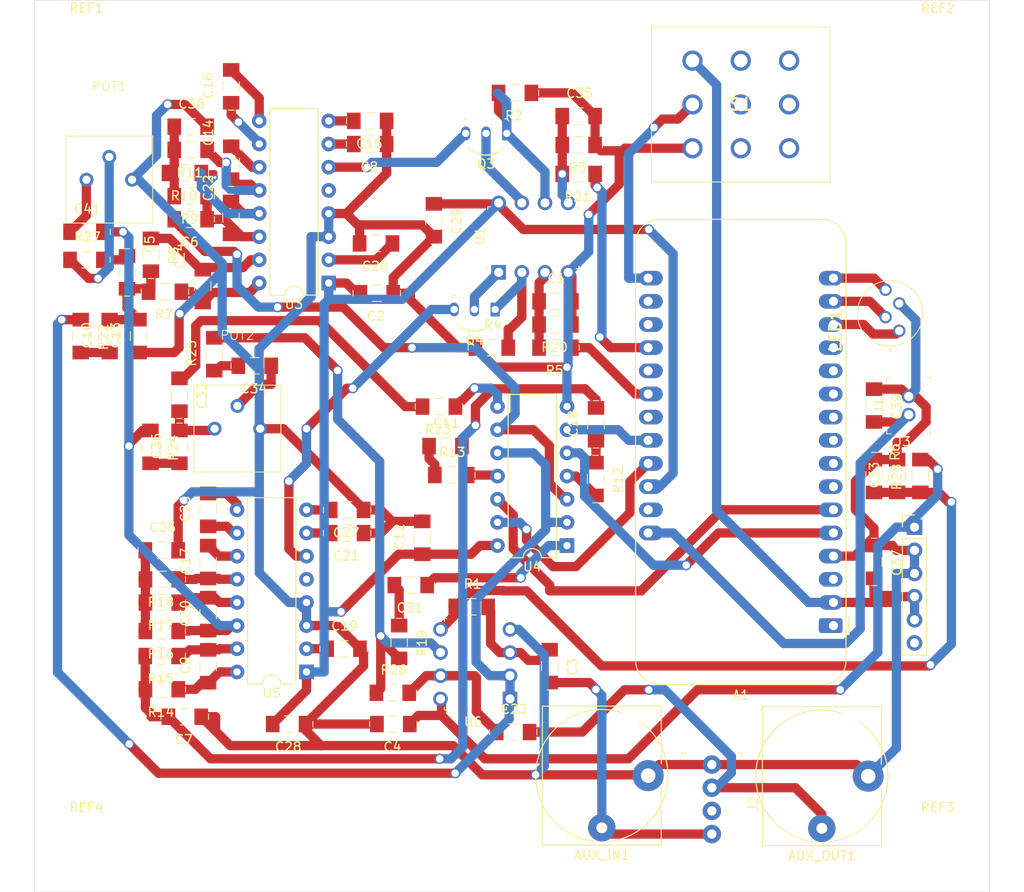
<source format=kicad_pcb>
(kicad_pcb (version 20240108) (generator "pcbnew") (generator_version "8.0")
  (layers (0 "F.Cu" signal) (31 "B.Cu" signal) (34 "B.Paste" user) (35 "F.Paste" user) (36 "B.SilkS" user "B.Silkscreen") (37 "F.SilkS" user "F.Silkscreen") (38 "B.Mask" user) (39 "F.Mask" user) (44 "Edge.Cuts" user))
  (net 0 "")
  (net 3 "Net-(A1-TX{slash}IO17)")
  (net 5 "GND")
  (net 6 "Net-(A1-RX{slash}IO16)")
  (net 7 "/PWM0")
  (net 10 "RESET")
  (net 11 "/U4B")
  (net 16 "/U4A")
  (net 18 "/V_BAT")
  (net 19 "+3V3")
  (net 20 "Net-(A1-IO21)")
  (net 21 "/PWM1")
  (net 22 "/PUSH_DETECTION")
  (net 23 "Net-(C1-Pad1)")
  (net 24 "Net-(U3-REF)")
  (net 25 "+9V")
  (net 26 "Net-(C10-Pad2)")
  (net 27 "Net-(C5-Pad1)")
  (net 28 "Net-(U3-LPF2-OUT)")
  (net 29 "Net-(C11-Pad2)")
  (net 30 "Net-(U3-CC1)")
  (net 31 "Net-(U5-LPF1-IN)")
  (net 32 "Net-(U5-LPF1-OUT)")
  (net 33 "Net-(C10-Pad1)")
  (net 34 "Net-(C11-Pad1)")
  (net 35 "+5V")
  (net 36 "Net-(U3-OP2-IN)")
  (net 37 "Net-(U3-OP2-OUT)")
  (net 38 "Net-(U3-CC0)")
  (net 39 "Net-(U3-OP1-IN)")
  (net 40 "Net-(U3-OP1-OUT)")
  (net 41 "Net-(U5-OP2-OUT)")
  (net 42 "Net-(U5-OP2-IN)")
  (net 43 "Net-(C18-Pad1)")
  (net 44 "Net-(U5-REF)")
  (net 45 "Net-(U5-LPF2-IN)")
  (net 46 "Net-(U5-CC1)")
  (net 47 "Net-(U3-LPF2-IN)")
  (net 48 "Net-(C23-Pad1)")
  (net 49 "Net-(U3-LPF1-OUT)")
  (net 50 "Net-(U3-LPF1-IN)")
  (net 51 "Net-(C25-Pad1)")
  (net 52 "Net-(U5-OP1-OUT)")
  (net 53 "Net-(U5-OP1-IN)")
  (net 54 "Net-(U5-CC0)")
  (net 55 "Net-(C31-Pad1)")
  (net 56 "Net-(C31-Pad2)")
  (net 57 "Net-(POT2-Left)")
  (net 58 "Net-(C32-Pad1)")
  (net 59 "4.5V")
  (net 60 "Net-(C34-Pad2)")
  (net 61 "Net-(POT2-Center)")
  (net 62 "Net-(C35-Pad1)")
  (net 63 "Net-(C36-Pad1)")
  (net 64 "Net-(C38-Pad1)")
  (net 65 "Net-(POT1-Left)")
  (net 66 "Net-(POT1-Center)")
  (net 67 "Net-(Q3-B)")
  (net 68 "Net-(Q3-E)")
  (net 69 "/U4D")
  (net 70 "Net-(Q4-E)")
  (net 71 "Net-(Q4-B)")
  (net 72 "/U4C")
  (net 73 "Net-(R12-Pad2)")
  (net 74 "Net-(R13-Pad2)")
  (net 75 "Net-(R23-Pad1)")
  (net 84 "/analog_signal_processing/EFFECT_IN")
  (net 85 "/analog_signal_processing/EFFECT_OUT")
  (net 86 "/analog_signal_processing/MIDDLE_TAP")
  (net 87 "/analog_signal_processing/OUTPUT_TAP")
  (net 89 "/analog_signal_processing/DELAY_CURRENT_0")
  (net 90 "/analog_signal_processing/DELAY_CURRENT_1")
  (net 91 "/analog_signal_processing/AUDIO_IN")
  (net 95 "/PO_V_EN")
  (net 96 "Net-(C3-Pad1)")
  (net 97 "Net-(R19-Pad2)")
  (footprint "digikey-footprints:TO-92-3" (layer "F.Cu") (at 172.085 87.255 180)
    (property "Reference" "Q4")
    (property "Value" "2N5088 PBFREE")
  )
  (footprint "digikey-footprints:1206" (layer "F.Cu") (at 156.855 111.775 180)
    (property "Reference" "C21")
    (property "Value" "100nF")
  )
  (footprint "digikey-footprints:1206" (layer "F.Cu") (at 159.385 66.57 180)
    (property "Reference" "C15")
    (property "Value" "100nF")
  )
  (footprint "digikey-footprints:1206" (layer "F.Cu") (at 136.525 113.665)
    (property "Reference" "C25")
    (property "Value" "6.8nF")
  )
  (footprint "digikey-footprints:1206" (layer "F.Cu") (at 217.17 105.515 90)
    (property "Reference" "C33")
    (property "Value" "47uF")
  )
  (footprint "digikey-footprints:1206" (layer "F.Cu") (at 136.535 119.395 180)
    (property "Reference" "R17")
    (property "Value" "4.7k")
  )
  (footprint "digikey-footprints:1206" (layer "F.Cu") (at 141.615 109.235 90)
    (property "Reference" "C26")
    (property "Value" "100nF")
  )
  (footprint "digikey-footprints:1206" (layer "F.Cu") (at 179.705 88.9 180)
    (property "Reference" "R20")
    (property "Value" "4.7k")
  )
  (footprint "MountingHole:MountingHole_3.2mm_M3" (layer "F.Cu") (at 221.615 58.42)
    (property "Reference" "REF2")
    (property "Value" "MountingHole_3.2mm_M3")
  )
  (footprint "digikey-footprints:1206" (layer "F.Cu") (at 166.37 77.47 -90)
    (property "Reference" "C29")
    (property "Value" "100nF")
  )
  (footprint "digikey-footprints:1206" (layer "F.Cu") (at 136.515 125.2547 180)
    (property "Reference" "R15")
    (property "Value" "4.7k")
  )
  (footprint "digikey-footprints:1206" (layer "F.Cu") (at 160.02 80.01 180)
    (property "Reference" "C20")
    (property "Value" "47uF")
  )
  (footprint "digikey-footprints:1206" (layer "F.Cu") (at 139.7 74.825 180)
    (property "Reference" "R9")
    (property "Value" "4.7k")
  )
  (footprint "digikey-footprints:1206" (layer "F.Cu") (at 141.615 120.665 90)
    (property "Reference" "C30")
    (property "Value" "3.3nF")
  )
  (footprint "digikey-footprints:1206" (layer "F.Cu") (at 156.855 109.235 180)
    (property "Reference" "C27")
    (property "Value" "100nF")
  )
  (footprint "Connector_Audio:Jack_6.35mm_Neutrik_NJ2FD-V_Vertical" (layer "F.Cu") (at 184.785 144.09 180)
    (property "Reference" "AUX_IN1")
    (property "Value" "NJ2FD-V")
  )
  (footprint "digikey-footprints:1206" (layer "F.Cu") (at 144.1398 71.1585 90)
    (property "Reference" "C14")
    (property "Value" "100nF")
  )
  (footprint "MountingHole:MountingHole_3.2mm_M3" (layer "F.Cu") (at 128.27 146.05)
    (property "Reference" "REF4")
    (property "Value" "MountingHole_3.2mm_M3")
  )
  (footprint "digikey-footprints:1206" (layer "F.Cu") (at 142.28 92.16 90)
    (property "Reference" "R25")
    (property "Value" "4.7k")
  )
  (footprint "digikey-footprints:1206" (layer "F.Cu") (at 184.1002 105.8507 -90)
    (property "Reference" "R12")
    (property "Value" "4.7k")
  )
  (footprint "digikey-footprints:1206" (layer "F.Cu") (at 133.985 90.17 90)
    (property "Reference" "C13")
    (property "Value" "6.8nF")
  )
  (footprint "Package_DIP:DIP-16_W7.62mm" (layer "F.Cu") (at 152.4 127 180)
    (property "Reference" "U5")
    (property "Value" "PT2399")
  )
  (footprint "digikey-footprints:1206" (layer "F.Cu") (at 144.1361 62.7872 90)
    (property "Reference" "C16")
    (property "Value" "100nF")
  )
  (footprint "digikey-footprints:1206" (layer "F.Cu") (at 172.72 91.44)
    (property "Reference" "R4")
    (property "Value" "4.7k")
  )
  (footprint "digikey-footprints:1206" (layer "F.Cu") (at 141.615 126.38 90)
    (property "Reference" "C9")
    (property "Value" "3.3nF")
  )
  (footprint "digikey-footprints:1206" (layer "F.Cu") (at 163.83 117.475 180)
    (property "Reference" "C31")
    (property "Value" "47uF")
  )
  (footprint "digikey-footprints:1206" (layer "F.Cu") (at 161.8663 129.287)
    (property "Reference" "R26")
    (property "Value" "4.7k")
  )
  (footprint "Connector_Audio:Jack_6.35mm_Neutrik_NJ2FD-V_Vertical" (layer "F.Cu") (at 208.915 144.15 180)
    (property "Reference" "AUX_OUT1")
    (property "Value" "NJ2FD-V")
  )
  (footprint "digikey-footprints:1206" (layer "F.Cu") (at 167.64 102.235)
    (property "Reference" "C11")
    (property "Value" "47uF")
  )
  (footprint "digikey-footprints:DIP-8_W7.62mm" (layer "F.Cu") (at 174.717 129.9549 180)
    (property "Reference" "U6")
    (property "Value" "TL072CP")
  )
  (footprint "digikey-footprints:1206" (layer "F.Cu") (at 138.47 102.32 90)
    (property "Reference" "C36")
    (property "Value" "47uF")
  )
  (footprint "digikey-footprints:1206" (layer "F.Cu") (at 179.705 86.36)
    (property "Reference" "C1")
    (property "Value" "47uF")
  )
  (footprint "MountingHole:MountingHole_3.2mm_M3" (layer "F.Cu") (at 128.27 58.42)
    (property "Reference" "REF1")
    (property "Value" "MountingHole_3.2mm_M3")
  )
  (footprint "digikey-footprints:1206" (layer "F.Cu") (at 135.295 102.32 -90)
    (property "Reference" "R24")
    (property "Value" "4.7k")
  )
  (footprint "digikey-footprints:1206" (layer "F.Cu") (at 139.7 77.365 180)
    (property "Reference" "C6")
    (property "Value" "47uF")
  )
  (footprint "digikey-footprints:1206" (layer "F.Cu") (at 138.47 96.605 -90)
    (property "Reference" "C32")
    (property "Value" "47uF")
  )
  (footprint "digikey-footprints:1206" (layer "F.Cu") (at 141.615 114.95 90)
    (property "Reference" "C17")
    (property "Value" "100nF")
  )
  (footprint "SamacSys_Parts:SF17020F030221RL015" (layer "F.Cu") (at 200.025 64.77 180)
    (property "Reference" "S1")
    (property "Value" "SF17020F-0302-21R-L-015" (hide yes))
  )
  (footprint "digikey-footprints:1206" (layer "F.Cu") (at 175.0623 133.5914)
    (property "Reference" "C23")
    (property "Value" "47uF")
  )
  (footprint "digikey-footprints:1206" (layer "F.Cu") (at 146.725 93.43 180)
    (property "Reference" "C34")
    (property "Value" "47uF")
  )
  (footprint "digikey-footprints:1206" (layer "F.Cu") (at 175.26 63.5 180)
    (property "Reference" "R2")
    (property "Value" "4.7k")
  )
  (footprint "digikey-footprints:1206" (layer "F.Cu") (at 135.3395 81.2584 -90)
    (property "Reference" "R8")
    (property "Value" "4.7k")
  )
  (footprint "digikey-footprints:1206" (layer "F.Cu") (at 150.495 132.715 180)
    (property "Reference" "C28")
    (property "Value" "100nF")
  )
  (footprint "digikey-footprints:1206" (layer "F.Cu") (at 127.635 90.17 -90)
    (property "Reference" "R22")
    (property "Value" "4.7k")
  )
  (footprint "digikey-footprints:1206" (layer "F.Cu") (at 128.27 81.81)
    (property "Reference" "R27")
    (property "Value" "5k")
  )
  (footprint "digikey-footprints:TO-92-3" (layer "F.Cu") (at 173.355 67.945 180)
    (property "Reference" "Q3")
    (property "Value" "2N5088 PBFREE")
  )
  (footprint "digikey-footprints:1206" (layer "F.Cu") (at 139.065 72.285 180)
    (property "Reference" "R10")
    (property "Value" "4.7k")
  )
  (footprint "digikey-footprints:1206" (layer "F.Cu") (at 156.462 124.4576)
    (property "Reference" "C19")
    (property "Value" "47uF")
  )
  (footprint "digikey-footprints:1206" (layer "F.Cu") (at 184.1462 99.8485 90)
    (property "Reference" "C18")
    (property "Value" "47uF")
  )
  (footprint "digikey-footprints:1206" (layer "F.Cu") (at 168.275 105.41)
    (property "Reference" "R13")
    (property "Value" "4.7k")
  )
  (footprint "digikey-footprints:1206" (layer "F.Cu") (at 132.715 83.185 -90)
    (property "Reference" "C5")
    (property "Value" "47uF")
  )
  (footprint "MountingHole:MountingHole_3.2mm_M3" (layer "F.Cu") (at 221.615 146.05)
    (property "Reference" "REF3")
    (property "Value" "MountingHole_3.2mm_M3")
  )
  (footprint "Connector_PinHeader_2.54mm:PinHeader_1x06_P2.54mm_Vertical" (layer "F.Cu") (at 219.075 111.125)
    (property "Reference" "J3")
    (property "Value" "67996-412HLF")
  )
  (footprint "digikey-footprints:1206" (layer "F.Cu") (at 136.535 128.905 180)
    (property "Reference" "R14")
    (property "Value" "4.7k")
  )
  (footprint "digikey-footprints:PinHeader_1x4_P2.54mm_Drill1.02mm" (layer "F.Cu") (at 196.85 137.16 -90)
    (property "Reference" "J2")
    (property "Value" "0022232041")
  )
  (footprint "digikey-footprints:PinHeader_1x2_P2mm_Drill1mm" (layer "F.Cu") (at 218.44 98.79 90)
    (property "Reference" "J1")
    (property "Value" "JST-PH")
  )
  (footprint "digikey-footprints:1206" (layer "F.Cu") (at 170.5146 119.8623)
    (property "Reference" "R1")
    (property "Value" "1M")
  )
  (footprint "digikey-footprints:1206" (layer "F.Cu") (at 144.1168 77.2067 90)
    (property "Reference" "C22")
    (property "Value" "3.3nF")
  )
  (footprint "digikey-footprints:1206" (layer "F.Cu") (at 214.63 97.79 -90)
    (property "Reference" "C39")
    (property "Value" "100nF")
  )
  (footprint "digikey-footprints:1206" (layer "F.Cu") (at 219.71 105.515 90)
    (property "Reference" "R6")
    (property "Value" "4.7k")
  )
  (footprint "digikey-footprints:1206" (layer "F.Cu") (at 136.8803 85.3059 180)
    (property "Reference" "R7")
    (property "Value" "4.7k")
  )
  (footprint "digikey-footprints:1206" (layer "F.Cu") (at 182.245 69.215 180)
    (property "Reference" "R3")
    (property "Value" "4.7k")
  )
  (footprint "digikey-footprints:1206" (layer "F.Cu") (at 179.705 91.44 180)
    (property "Reference" "R5")
    (property "Value" "4.7k")
  )
  (footprint "digikey-footprints:1206" (layer "F.Cu") (at 161.925 132.715 180)
    (property "Reference" "C4")
    (property "Value" "100nF")
  )
  (footprint "digikey-footprints:1206" (layer "F.Cu") (at 160.1076 85.4667 180)
    (property "Reference" "C2")
    (property "Value" "100nF")
  )
  (footprint "digikey-footprints:1206" (layer "F.Cu") (at 159.385 69.11 180)
    (property "Reference" "C8")
    (property "Value" "100nF")
  )
  (footprint "digikey-footprints:1206" (layer "F.Cu") (at 139.7 69.745 180)
    (property "Reference" "R11")
    (property "Value" "4.7k")
  )
  (footprint "Potentiometer_THT:KRISTOF_POT" (layer "F.Cu") (at 130.77 77.775)
    (property "Reference" "POT1")
    (property "Value" "16mm_NoDet_10k")
  )
  (footprint "digikey-footprints:1206" (layer "F.Cu") (at 162.56 123.72 -90)
    (property "Reference" "R19")
    (property "Value" "4.7k")
  )
  (footprint "digikey-footprints:1206" (layer "F.Cu") (at 214.63 114.935 -90)
    (property "Reference" "C37")
    (property "Value" "100nF")
  )
  (footprint "digikey-footprints:1206" (layer "F.Cu") (at 136.5276 122.5128 180)
    (property "Reference" "R16")
    (property "Value" "4.7k")
  )
  (footprint "digikey-footprints:1206" (layer "F.Cu") (at 141.0198 84.685 90)
    (property "Reference" "C24")
    (property "Value" "3.3nF")
  )
  (footprint "digikey-footprints:1206" (layer "F.Cu") (at 182.245 66.04)
    (property "Reference" "C35")
    (property "Value" "47uF")
  )
  (footprint "Package_DIP:DIP-16_W7.62mm" (layer "F.Cu") (at 154.835 84.35 180)
    (property "Reference" "U3")
    (property "Value" "PT2399")
  )
  (footprint "Package_DIP:DIP-14_W7.62mm" (layer "F.Cu") (at 180.965 113.14 180)
    (property "Reference" "U4")
    (property "Value" "CD4066BE")
  )
  (footprint "digikey-footprints:DIP-8_W7.62mm" (layer "F.Cu") (at 173.47 83.185 90)
    (property "Reference" "U1")
    (property "Value" "MCP6002-I_P")
  )
  (footprint "SamacSys_Parts:HV5RGB25" (layer "F.Cu") (at 216.4 89.59 90)
    (property "Reference" "LED1")
    (property "Value" "HV-5RGB60" (hide yes))
  )
  (footprint "digikey-footprints:1206" (layer "F.Cu") (at 136.535 116.855 180)
    (property "Reference" "R18")
    (property "Value" "4.7k")
  )
  (footprint "digikey-footprints:1206" (layer "F.Cu") (at 165.1 112.29 90)
    (property "Reference" "C12")
    (property "Value" "100nF")
  )
  (footprint "digikey-footprints:1206" (layer "F.Cu") (at 130.81 90.17 90)
    (property "Reference" "C10")
    (property "Value" "47uF")
  )
  (footprint "digikey-footprints:1206" (layer "F.Cu") (at 166.9297 97.9029 180)
    (property "Reference" "R23")
    (property "Value" "4.7k")
  )
  (footprint "digikey-footprints:1206" (layer "F.Cu") (at 139.0561 131.9114 180)
    (property "Reference" "C7")
    (property "Value" "6.8nF")
  )
  (footprint "digikey-footprints:1206" (layer "F.Cu") (at 179.07 126.365 -90)
    (property "Reference" "C3")
    (property "Value" "100nF")
  )
  (footprint "digikey-footprints:1206" (layer "F.Cu") (at 128.27 78.74)
    (property "Reference" "C41")
    (property "Value" "47uF")
  )
  (footprint "digikey-footprints:1206" (layer "F.Cu") (at 182.245 72.39 180)
    (property "Reference" "R21")
    (property "Value" "4.7k")
  )
  (footprint "digikey-footprints:1206" (layer "F.Cu") (at 214.63 105.515 -90)
    (property "Reference" "R28")
    (property "Value" "4.7k")
  )
  (footprint "Module:Adafruit_Feather" (layer "F.Cu") (at 210.185 121.92 180)
    (property "Reference" "A1")
    (property "Value" "Adafruit_Feather_HUZZAH32_ESP32")
  )
  (footprint "Potentiometer_THT:KRISTOF_POT" (layer "F.Cu") (at 144.82 105.08)
    (property "Reference" "POT2")
    (property "Value" "16mm_NoDet_10k")
  )
  (footprint "digikey-footprints:1206" (layer "F.Cu") (at 139.7 67.205)
    (property "Reference" "C38")
    (property "Value" "6.8nF")
  )
  (gr_rect (start 122.555 53.34) (end 227.33 151.13) (stroke (width 0.05)) (fill none) (layer "Edge.Cuts"))
  (segment (start 214.17 86.36) (end 210.185 86.36) (width 1.016) (layer "F.Cu") (net 3))
  (segment (start 215.9 88.09) (end 214.17 86.36) (width 1.016) (layer "F.Cu") (net 3))
  (segment (start 212.597 106.089) (end 212.597 109.22) (width 1.016) (layer "F.Cu") (net 5))
  (segment (start 152.295 132.715) (end 152.295 133.386) (width 1.016) (layer "F.Cu") (net 5))
  (segment (start 220.35 99.5662) (end 220.35 97.9452) (width 1.016) (layer "F.Cu") (net 5))
  (segment (start 219.195 96.79) (end 218.44 96.79) (width 1.016) (layer "F.Cu") (net 5))
  (segment (start 181.505 83.5999) (end 181.505 86.36) (width 1.016) (layer "F.Cu") (net 5))
  (segment (start 138.43 91.44) (end 137.9 91.97) (width 1.016) (layer "F.Cu") (net 5))
  (segment (start 142.433 131.911) (end 140.856 131.911) (width 1.016) (layer "F.Cu") (net 5))
  (segment (start 169.038 91.44) (end 170.92 91.44) (width 1.016) (layer "F.Cu") (net 5))
  (segment (start 160.537 109.235) (end 161.807 110.505) (width 1.016) (layer "F.Cu") (net 5))
  (segment (start 161.908 85.4667) (end 163.79 85.4667) (width 1.016) (layer "F.Cu") (net 5))
  (segment (start 138.325 113.665) (end 138.325 108.8) (width 1.016) (layer "F.Cu") (net 5))
  (segment (start 217.64 95.99) (end 218.44 96.79) (width 1.016) (layer "F.Cu") (net 5))
  (segment (start 139.065 64.77) (end 141.5 67.205) (width 1.016) (layer "F.Cu") (net 5))
  (segment (start 141.644 132.7) (end 142.433 133.488) (width 1.016) (layer "F.Cu") (net 5))
  (segment (start 138.43 87.7893) (end 138.43 91.44) (width 1.016) (layer "F.Cu") (net 5))
  (segment (start 166.37 79.27) (end 165.078 77.978) (width 1.016) (layer "F.Cu") (net 5))
  (segment (start 158.015 77.978) (end 158.22 77.978) (width 1.016) (layer "F.Cu") (net 5))
  (segment (start 184.045 66.04) (end 184.045 69.215) (width 1.016) (layer "F.Cu") (net 5))
  (segment (start 149.86 100.33) (end 147.32 100.33) (width 1.016) (layer "F.Cu") (net 5))
  (segment (start 214.63 113.135) (end 214.63 112.194) (width 1.016) (layer "F.Cu") (net 5))
  (segment (start 152.295 132.715) (end 158.655 126.355) (width 1.016) (layer "F.Cu") (net 5))
  (segment (start 158.655 109.235) (end 160.537 109.235) (width 1.016) (layer "F.Cu") (net 5))
  (segment (start 212.597 109.22) (end 214.63 111.253) (width 1.016) (layer "F.Cu") (net 5))
  (segment (start 161.9076 85.4667) (end 161.908 85.4667) (width 0.635) (layer "F.Cu") (net 5))
  (segment (start 144.022 135.077) (end 153.986 135.077) (width 1.016) (layer "F.Cu") (net 5))
  (segment (start 181.505 63.5) (end 184.045 66.04) (width 1.016) (layer "F.Cu") (net 5))
  (segment (start 189.951 138.284) (end 191.075 137.16) (width 1.016) (layer "F.Cu") (net 5))
  (segment (start 187.325 69.57) (end 187.045 69.85) (width 1.016) (layer "F.Cu") (net 5))
  (segment (start 196.85 137.16) (end 212.725 137.16) (width 1.016) (layer "F.Cu") (net 5))
  (segment (start 166.37 79.27) (end 161.908 83.732) (width 1.016) (layer "F.Cu") (net 5))
  (segment (start 156.767 76.73) (end 161.185 72.312) (width 1.016) (layer "F.Cu") (net 5))
  (segment (start 217.093 113.665) (end 216.662 113.234) (width 1.016) (layer "F.Cu") (net 5))
  (segment (start 137.16 64.77) (end 139.065 64.77) (width 1.016) (layer "F.Cu") (net 5))
  (segment (start 189.865 138.284) (end 189.951 138.284) (width 1.016) (layer "F.Cu") (net 5))
  (segment (start 219.075 113.665) (end 217.093 113.665) (width 1.016) (layer "F.Cu") (net 5))
  (segment (start 184.68 69.85) (end 184.045 69.215) (width 1.016) (layer "F.Cu") (net 5))
  (segment (start 189.865 138.37) (end 189.865 138.284) (width 1.016) (layer "F.Cu") (net 5))
  (segment (start 158.655 126.355) (end 158.655 124.888) (width 1.016) (layer "F.Cu") (net 5))
  (segment (start 142.433 133.488) (end 144.022 135.077) (width 1.016) (layer "F.Cu") (net 5))
  (segment (start 186.69 73.5224) (end 186.69 70.205) (width 1.016) (layer "F.Cu") (net 5))
  (segment (start 183.377 76.835) (end 186.69 73.5224) (width 1.016) (layer "F.Cu") (net 5))
  (segment (start 217.17 101.833) (end 218.083 101.833) (width 1.016) (layer "F.Cu") (net 5))
  (segment (start 138.325 108.8) (end 138.951 108.174) (width 1.016) (layer "F.Cu") (net 5))
  (segment (start 158.262 124.4576) (end 158.262 124.458) (width 0.635) (layer "F.Cu") (net 5))
  (segment (start 158.655 124.888) (end 158.655 124.824) (width 1.016) (layer "F.Cu") (net 5))
  (segment (start 181.09 83.185) (end 181.505 83.5999) (width 1.016) (layer "F.Cu") (net 5))
  (segment (start 171.67 138.284) (end 168.463 135.077) (width 1.016) (layer "F.Cu") (net 5))
  (segment (start 138.51 87.7096) (end 138.43 87.7893) (width 1.016) (layer "F.Cu") (net 5))
  (segment (start 158.655 124.824) (end 155.751 121.92) (width 1.016) (layer "F.Cu") (net 5))
  (segment (start 214.63 111.253) (end 214.63 112.194) (width 1.016) (layer "F.Cu") (net 5))
  (segment (start 163.79 85.4667) (end 163.79 86.1916) (width 1.016) (layer "F.Cu") (net 5))
  (segment (start 214.63 112.194) (end 212.524 114.3) (width 1.016) (layer "F.Cu") (net 5))
  (segment (start 177.526 138.284) (end 171.67 138.284) (width 1.016) (layer "F.Cu") (net 5))
  (segment (start 161.185 72.312) (end 161.185 69.11) (width 1.016) (layer "F.Cu") (net 5))
  (segment (start 140.856 131.911) (end 141.25 132.3055) (width 1.016) (layer "F.Cu") (net 5))
  (segment (start 187.045 69.85) (end 184.68 69.85) (width 1.016) (layer "F.Cu") (net 5))
  (segment (start 180.965 93.5757) (end 173.056 93.5757) (width 1.016) (layer "F.Cu") (net 5))
  (segment (start 158.262 124.458) (end 158.655 124.851) (width 1.016) (layer "F.Cu") (net 5))
  (segment (start 212.524 114.3) (end 210.185 114.3) (width 1.016) (layer "F.Cu") (net 5))
  (segment (start 141.25 132.3055) (end 140.8561 131.9116) (width 0.635) (layer "F.Cu") (net 5))
  (segment (start 156.767 76.73) (end 158.015 77.978) (width 1.016) (layer "F.Cu") (net 5))
  (segment (start 158.655 124.851) (end 158.655 124.888) (width 1.016) (layer "F.Cu") (net 5))
  (segment (start 154.835 76.73) (end 156.767 76.73) (width 1.016) (layer "F.Cu") (net 5))
  (segment (start 163.79 86.1916) (end 169.038 91.44) (width 1.016) (layer "F.Cu") (net 5))
  (segment (start 216.662 113.234) (end 216.662 113.135) (width 1.016) (layer "F.Cu") (net 5))
  (segment (start 189.865 138.284) (end 177.526 138.284) (width 1.016) (layer "F.Cu") (net 5))
  (segment (start 194.725 69.57) (end 187.325 69.57) (width 1.016) (layer "F.Cu") (net 5))
  (segment (start 158.22 80.01) (end 158.22 77.9795) (width 1.016) (layer "F.Cu") (net 5))
  (segment (start 158.655 109.125) (end 149.86 100.33) (width 1.016) (layer "F.Cu") (net 5))
  (segment (start 158.655 111.775) (end 160.537 111.775) (width 1.016) (layer "F.Cu") (net 5))
  (segment (start 181.505 88.9) (end 181.505 86.36) (width 1.016) (layer "F.Cu") (net 5))
  (segment (start 141.25 132.3055) (end 141.644 132.7) (width 1.016) (layer "F.Cu") (net 5))
  (segment (start 161.185 66.57) (end 161.185 69.11) (width 1.016) (layer "F.Cu") (net 5))
  (segment (start 161.908 83.732) (end 161.908 85.4667) (width 1.016) (layer "F.Cu") (net 5))
  (segment (start 165.078 77.978) (end 158.222 77.978) (width 1.016) (layer "F.Cu") (net 5))
  (segment (start 214.63 95.99) (end 217.64 95.99) (width 1.016) (layer "F.Cu") (net 5))
  (segment (start 158.222 77.978) (end 158.22 77.9795) (width 1.016) (layer "F.Cu") (net 5))
  (segment (start 160.537 111.775) (end 161.807 110.505) (width 1.016) (layer "F.Cu") (net 5))
  (segment (start 191.075 137.16) (end 196.85 137.16) (width 1.016) (layer "F.Cu") (net 5))
  (segment (start 187.325 69.57) (end 187.045 69.85) (width 1.016) (layer "F.Cu") (net 5))
  (segment (start 142.433 133.488) (end 142.433 131.911) (width 1.016) (layer "F.Cu") (net 5))
  (segment (start 158.655 109.235) (end 158.655 109.125) (width 1.016) (layer "F.Cu") (net 5))
  (segment (start 183.351 76.835) (end 183.377 76.835) (width 1.016) (layer "F.Cu") (net 5))
  (segment (start 215.199 103.715) (end 217.17 103.715) (width 1.016) (layer "F.Cu") (net 5))
  (segment (start 215.199 103.715) (end 214.971 103.715) (width 1.016) (layer "F.Cu") (net 5))
  (segment (start 152.295 133.386) (end 153.986 135.077) (width 1.016) (layer "F.Cu") (net 5))
  (segment (start 186.69 70.205) (end 187.045 69.85) (width 1.016) (layer "F.Cu") (net 5))
  (segment (start 220.35 97.9452) (end 219.195 96.79) (width 1.016) (layer "F.Cu") (net 5))
  (segment (start 160.125 132.715) (end 152.295 132.715) (width 1.016) (layer "F.Cu") (net 5))
  (segment (start 141.644 132.7) (end 141.25 132.3055) (width 1.016) (layer "F.Cu") (net 5))
  (segment (start 218.083 101.833) (end 220.35 99.5662) (width 1.016) (layer "F.Cu") (net 5))
  (segment (start 155.751 121.92) (end 152.4 121.92) (width 1.016) (layer "F.Cu") (net 5))
  (segment (start 168.463 135.077) (end 153.986 135.077) (width 1.016) (layer "F.Cu") (net 5))
  (segment (start 214.63 103.715) (end 215.199 103.715) (width 1.016) (layer "F.Cu") (net 5))
  (segment (start 141.25 132.3055) (end 140.856 131.911) (width 1.016) (layer "F.Cu") (net 5))
  (segment (start 173.056 93.5757) (end 170.92 91.44) (width 1.016) (layer "F.Cu") (net 5))
  (segment (start 214.971 103.715) (end 212.597 106.089) (width 1.016) (layer "F.Cu") (net 5))
  (segment (start 140.8561 131.9116) (end 140.8561 131.9114) (width 0.635) (layer "F.Cu") (net 5))
  (segment (start 177.06 63.5) (end 181.505 63.5) (width 1.016) (layer "F.Cu") (net 5))
  (segment (start 161.822 110.49) (end 161.807 110.505) (width 1.016) (layer "F.Cu") (net 5))
  (segment (start 165.1 110.49) (end 161.822 110.49) (width 1.016) (layer "F.Cu") (net 5))
  (segment (start 216.662 113.135) (end 214.63 113.135) (width 1.016) (layer "F.Cu") (net 5))
  (segment (start 158.22 77.978) (end 158.22 77.9795) (width 1.016) (layer "F.Cu") (net 5))
  (segment (start 217.17 103.715) (end 217.17 101.833) (width 1.016) (layer "F.Cu") (net 5))
  (segment (start 212.725 137.16) (end 213.995 138.43) (width 1.016) (layer "F.Cu") (net 5))
  (segment (start 137.9 91.97) (end 133.985 91.97) (width 1.016) (layer "F.Cu") (net 5))
  (via (at 138.51 87.7096) (size 1.1176) (drill 0.8128) (layers "F.Cu" "B.Cu") (net 5))
  (via (at 180.965 93.5757) (size 1.1176) (drill 0.8128) (layers "F.Cu" "B.Cu") (net 5))
  (via (at 137.16 64.77) (size 1.1176) (drill 0.8128) (layers "F.Cu" "B.Cu") (net 5))
  (via (at 183.351 76.835) (size 1.1176) (drill 0.8128) (layers "F.Cu" "B.Cu") (net 5))
  (via (at 138.951 108.174) (size 1.1176) (drill 0.8128) (layers "F.Cu" "B.Cu") (net 5))
  (via (at 177.526 138.284) (size 1.1176) (drill 0.8128) (layers "F.Cu" "B.Cu") (net 5))
  (segment (start 133.27 73.025) (end 133.985 73.025) (width 1.016) (layer "B.Cu") (net 5))
  (segment (start 152.4 119.988) (end 152.042 119.988) (width 1.016) (layer "B.Cu") (net 5))
  (segment (start 178.469 125.129) (end 178.469 137.341) (width 1.016) (layer "B.Cu") (net 5))
  (segment (start 152.4 121.92) (end 152.4 119.988) (width 1.016) (layer "B.Cu") (net 5))
  (segment (start 147.32 100.33) (end 147.225 100.33) (width 1.016) (layer "B.Cu") (net 5))
  (segment (start 154.835 79.27) (end 154.835 76.73) (width 1.016) (layer "B.Cu") (net 5))
  (segment (start 152.042 119.988) (end 151.434 119.38) (width 1.016) (layer "B.Cu") (net 5))
  (segment (start 147.225 116.137) (end 147.225 107.255) (width 1.016) (layer "B.Cu") (net 5))
  (segment (start 143.153 82.1927) (end 143.153 83.0666) (width 1.016) (layer "B.Cu") (net 5))
  (segment (start 217.4 86.59) (end 219.213 88.4032) (width 1.016) (layer "B.Cu") (net 5))
  (segment (start 135.952 65.978) (end 135.952 70.3431) (width 1.016) (layer "B.Cu") (net 5))
  (segment (start 147.193 93.8531) (end 147.193 93.98) (width 1.016) (layer "B.Cu") (net 5))
  (segment (start 139.87 107.255) (end 147.225 107.255) (width 1.016) (layer "B.Cu") (net 5))
  (segment (start 213.995 138.43) (end 217.093 135.332) (width 1.016) (layer "B.Cu") (net 5))
  (segment (start 143.153 89.8127) (end 147.193 93.8531) (width 1.016) (layer "B.Cu") (net 5))
  (segment (start 180.965 97.9) (end 180.965 93.5757) (width 1.016) (layer "B.Cu") (net 5))
  (segment (start 138.951 108.174) (end 139.87 107.255) (width 1.016) (layer "B.Cu") (net 5))
  (segment (start 150.468 119.38) (end 147.225 116.137) (width 1.016) (layer "B.Cu") (net 5))
  (segment (start 152.903 85.857) (end 147.193 91.5673) (width 1.016) (layer "B.Cu") (net 5))
  (segment (start 147.193 93.8531) (end 147.225 93.8851) (width 1.016) (layer "B.Cu") (net 5))
  (segment (start 174.7171 122.335) (end 174.717 122.3349) (width 0.635) (layer "B.Cu") (net 5))
  (segment (start 152.903 79.27) (end 152.903 85.857) (width 1.016) (layer "B.Cu") (net 5))
  (segment (start 133.985 73.025) (end 143.153 82.1927) (width 1.016) (layer "B.Cu") (net 5))
  (segment (start 137.16 64.77) (end 135.952 65.978) (width 1.016) (layer "B.Cu") (net 5))
  (segment (start 143.153 83.0666) (end 143.153 89.8127) (width 1.016) (layer "B.Cu") (net 5))
  (segment (start 175.196 122.335) (end 174.7171 122.335) (width 0.635) (layer "B.Cu") (net 5))
  (segment (start 154.835 79.27) (end 152.903 79.27) (width 1.016) (layer "B.Cu") (net 5))
  (segment (start 217.093 116.205) (end 219.075 116.205) (width 1.016) (layer "B.Cu") (net 5))
  (segment (start 180.965 93.5757) (end 181.09 93.4507) (width 1.016) (layer "B.Cu") (net 5))
  (segment (start 183.351 80.9241) (end 181.09 83.185) (width 1.016) (layer "B.Cu") (net 5))
  (segment (start 219.075 113.665) (end 219.075 116.205) (width 1.016) (layer "B.Cu") (net 5))
  (segment (start 152.4 119.38) (end 151.434 119.38) (width 1.016) (layer "B.Cu") (net 5))
  (segment (start 175.675 122.335) (end 178.469 125.129) (width 1.016) (layer "B.Cu") (net 5))
  (segment (start 219.213 96.0168) (end 218.44 96.79) (width 1.016) (layer "B.Cu") (net 5))
  (segment (start 147.193 91.5673) (end 147.193 93.8531) (width 1.016) (layer "B.Cu") (net 5))
  (segment (start 181.09 93.4507) (end 181.09 83.185) (width 1.016) (layer "B.Cu") (net 5))
  (segment (start 183.351 76.835) (end 183.351 80.9241) (width 1.016) (layer "B.Cu") (net 5))
  (segment (start 219.213 88.4032) (end 219.213 96.0168) (width 1.016) (layer "B.Cu") (net 5))
  (segment (start 178.469 137.341) (end 177.526 138.284) (width 1.016) (layer "B.Cu") (net 5))
  (segment (start 217.093 135.332) (end 217.093 116.205) (width 1.016) (layer "B.Cu") (net 5))
  (segment (start 135.952 70.3431) (end 133.27 73.025) (width 1.016) (layer "B.Cu") (net 5))
  (segment (start 147.225 93.8851) (end 147.225 100.33) (width 1.016) (layer "B.Cu") (net 5))
  (segment (start 174.717 122.335) (end 175.196 122.335) (width 1.016) (layer "B.Cu") (net 5))
  (segment (start 175.196 122.335) (end 175.675 122.335) (width 1.016) (layer "B.Cu") (net 5))
  (segment (start 147.225 100.33) (end 147.225 107.255) (width 1.016) (layer "B.Cu") (net 5))
  (segment (start 151.434 119.38) (end 150.468 119.38) (width 1.016) (layer "B.Cu") (net 5))
  (segment (start 138.51 87.7096) (end 143.153 83.0666) (width 1.016) (layer "B.Cu") (net 5))
  (segment (start 217.043 89.9473) (end 214.532 89.9473) (width 1.016) (layer "F.Cu") (net 6))
  (segment (start 217.4 89.59) (end 217.043 89.9473) (width 1.016) (layer "F.Cu") (net 6))
  (segment (start 214.532 89.9473) (end 213.485 88.9) (width 1.016) (layer "F.Cu") (net 6))
  (segment (start 213.485 88.9) (end 210.185 88.9) (width 1.016) (layer "F.Cu") (net 6))
  (segment (start 185.742 91.44) (end 184.569 90.2674) (width 1.016) (layer "F.Cu") (net 7))
  (segment (start 184.045 73.6318) (end 184.045 72.39) (width 1.016) (layer "F.Cu") (net 7))
  (segment (start 184.283 73.8701) (end 184.045 73.6318) (width 1.016) (layer "F.Cu") (net 7))
  (segment (start 189.865 91.44) (end 185.742 91.44) (width 1.016) (layer "F.Cu") (net 7))
  (via (at 184.569 90.2674) (size 1.1176) (drill 0.8128) (layers "F.Cu" "B.Cu") (net 7))
  (via (at 184.283 73.8701) (size 1.1176) (drill 0.8128) (layers "F.Cu" "B.Cu") (net 7))
  (segment (start 184.8 90.0363) (end 184.8 74.3872) (width 1.016) (layer "B.Cu") (net 7))
  (segment (start 184.569 90.2674) (end 184.8 90.0363) (width 1.016) (layer "B.Cu") (net 7))
  (segment (start 184.8 74.3872) (end 184.283 73.8701) (width 1.016) (layer "B.Cu") (net 7))
  (segment (start 194.036 115.296) (end 197.571 111.76) (width 1.016) (layer "F.Cu") (net 11))
  (segment (start 197.571 111.76) (end 210.185 111.76) (width 1.016) (layer "F.Cu") (net 11))
  (via (at 194.036 115.296) (size 1.1176) (drill 0.8128) (layers "F.Cu" "B.Cu") (net 11))
  (segment (start 194.036 115.296) (end 190.463 115.296) (width 1.016) (layer "B.Cu") (net 11))
  (segment (start 182.897 107.73) (end 182.897 103.522) (width 1.016) (layer "B.Cu") (net 11))
  (segment (start 190.463 115.296) (end 182.897 107.73) (width 1.016) (layer "B.Cu") (net 11))
  (segment (start 182.355 102.98) (end 180.965 102.98) (width 1.016) (layer "B.Cu") (net 11))
  (segment (start 182.897 103.522) (end 182.355 102.98) (width 1.016) (layer "B.Cu") (net 11))
  (segment (start 187.733 101.6) (end 186.573 100.44) (width 1.016) (layer "B.Cu") (net 16))
  (segment (start 189.865 101.6) (end 187.733 101.6) (width 1.016) (layer "B.Cu") (net 16))
  (segment (start 186.573 100.44) (end 180.965 100.44) (width 1.016) (layer "B.Cu") (net 16))
  (segment (start 217.64 99.59) (end 218.44 98.79) (width 1.016) (layer "F.Cu") (net 18))
  (segment (start 214.63 99.59) (end 217.64 99.59) (width 1.016) (layer "F.Cu") (net 18))
  (segment (start 189.865 111.76) (end 192.597 111.76) (width 1.016) (layer "B.Cu") (net 18))
  (segment (start 192.597 111.76) (end 204.721 123.884) (width 1.016) (layer "B.Cu") (net 18))
  (segment (start 213.119 104.111) (end 218.44 98.79) (width 1.016) (layer "B.Cu") (net 18))
  (segment (start 211.506 123.884) (end 213.119 122.27) (width 1.016) (layer "B.Cu") (net 18))
  (segment (start 213.119 122.27) (end 213.119 104.111) (width 1.016) (layer "B.Cu") (net 18))
  (segment (start 204.721 123.884) (end 211.506 123.884) (width 1.016) (layer "B.Cu") (net 18))
  (segment (start 216.458 119.38) (end 217.093 118.745) (width 1.016) (layer "F.Cu") (net 19))
  (segment (start 219.075 118.745) (end 217.093 118.745) (width 1.016) (layer "F.Cu") (net 19))
  (segment (start 214.63 116.735) (end 214.63 118.617) (width 1.016) (layer "F.Cu") (net 19))
  (segment (start 216.965 118.617) (end 217.093 118.745) (width 1.016) (layer "F.Cu") (net 19))
  (segment (start 214.63 118.617) (end 216.965 118.617) (width 1.016) (layer "F.Cu") (net 19))
  (segment (start 210.185 119.38) (end 216.458 119.38) (width 1.016) (layer "F.Cu") (net 19))
  (segment (start 210.185 119.38) (end 207.453 119.38) (width 1.016) (layer "B.Cu") (net 19))
  (segment (start 197.375 109.302) (end 197.375 62.62) (width 1.016) (layer "B.Cu") (net 19))
  (segment (start 197.375 62.62) (end 194.725 59.97) (width 1.016) (layer "B.Cu") (net 19))
  (segment (start 207.453 119.38) (end 197.375 109.302) (width 1.016) (layer "B.Cu") (net 19))
  (segment (start 219.075 121.285) (end 219.075 118.745) (width 1.016) (layer "B.Cu") (net 19))
  (segment (start 214.63 83.82) (end 210.185 83.82) (width 1.016) (layer "F.Cu") (net 20))
  (segment (start 215.9 85.09) (end 214.63 83.82) (width 1.016) (layer "F.Cu") (net 20))
  (segment (start 183.387 91.44) (end 181.505 91.44) (width 1.016) (layer "F.Cu") (net 21))
  (segment (start 189.865 96.52) (end 188.467 96.52) (width 1.016) (layer "F.Cu") (net 21))
  (segment (start 188.467 96.52) (end 183.387 91.44) (width 1.016) (layer "F.Cu") (net 21))
  (segment (start 191.438 66.3724) (end 193.123 66.3724) (width 1.016) (layer "F.Cu") (net 22))
  (segment (start 193.123 66.3724) (end 194.725 64.77) (width 1.016) (layer "F.Cu") (net 22))
  (segment (start 190.5 67.31) (end 191.438 66.3724) (width 1.016) (layer "F.Cu") (net 22))
  (via (at 190.5 67.31) (size 1.1176) (drill 0.8128) (layers "F.Cu" "B.Cu") (net 22))
  (segment (start 190.5 67.3977) (end 187.733 70.1647) (width 1.016) (layer "B.Cu") (net 22))
  (segment (start 187.733 83.82) (end 189.865 83.82) (width 1.016) (layer "B.Cu") (net 22))
  (segment (start 190.5 67.31) (end 190.5 67.3977) (width 1.016) (layer "B.Cu") (net 22))
  (segment (start 187.733 70.1647) (end 187.733 83.82) (width 1.016) (layer "B.Cu") (net 22))
  (segment (start 177.905 86.36) (end 177.905 88.9) (width 1.016) (layer "F.Cu") (net 23))
  (segment (start 177.905 86.36) (end 177.905 84.328) (width 1.016) (layer "F.Cu") (net 23))
  (segment (start 178.55 83.683) (end 178.55 83.185) (width 1.016) (layer "F.Cu") (net 23))
  (segment (start 177.905 84.328) (end 178.55 83.683) (width 1.016) (layer "F.Cu") (net 23))
  (segment (start 177.905 91.44) (end 177.905 88.9) (width 1.016) (layer "F.Cu") (net 23))
  (segment (start 160.02 81.81) (end 154.835 81.81) (width 1.016) (layer "F.Cu") (net 24))
  (segment (start 161.82 80.01) (end 160.02 81.81) (width 1.016) (layer "F.Cu") (net 24))
  (segment (start 195.273 128.96) (end 210.934 128.96) (width 1.016) (layer "F.Cu") (net 25))
  (segment (start 167.206 131.773) (end 171.958 136.525) (width 1.016) (layer "F.Cu") (net 25))
  (segment (start 167.206 130.064) (end 167.097 129.955) (width 1.016) (layer "F.Cu") (net 25))
  (segment (start 163.725 132.715) (end 164.667 131.773) (width 1.016) (layer "F.Cu") (net 25))
  (segment (start 167.206 131.773) (end 167.206 130.064) (width 1.016) (layer "F.Cu") (net 25))
  (segment (start 187.707 136.525) (end 195.273 128.96) (width 1.016) (layer "F.Cu") (net 25))
  (segment (start 220.555 103.715) (end 219.71 103.715) (width 1.016) (layer "F.Cu") (net 25))
  (segment (start 167.097 129.9549) (end 167.097 129.955) (width 0.635) (layer "F.Cu") (net 25))
  (segment (start 221.615 104.775) (end 220.555 103.715) (width 1.016) (layer "F.Cu") (net 25))
  (segment (start 164.667 131.773) (end 167.206 131.773) (width 1.016) (layer "F.Cu") (net 25))
  (segment (start 171.958 136.525) (end 187.707 136.525) (width 1.016) (layer "F.Cu") (net 25))
  (via (at 210.934 128.96) (size 1.1176) (drill 0.8128) (layers "F.Cu" "B.Cu") (net 25))
  (via (at 221.615 104.775) (size 1.1176) (drill 0.8128) (layers "F.Cu" "B.Cu") (net 25))
  (segment (start 219.075 111.125) (end 218.084 111.125) (width 1.016) (layer "B.Cu") (net 25))
  (segment (start 215.054 113.164) (end 215.054 124.84) (width 1.016) (layer "B.Cu") (net 25))
  (segment (start 221.615 107.594) (end 218.084 111.125) (width 1.016) (layer "B.Cu") (net 25))
  (segment (start 218.084 111.125) (end 217.093 111.125) (width 1.016) (layer "B.Cu") (net 25))
  (segment (start 215.054 124.84) (end 210.934 128.96) (width 1.016) (layer "B.Cu") (net 25))
  (segment (start 221.615 104.775) (end 221.615 107.594) (width 1.016) (layer "B.Cu") (net 25))
  (segment (start 217.093 111.125) (end 215.054 113.164) (width 1.016) (layer "B.Cu") (net 25))
  (segment (start 135.08 85.3059) (end 135.08 85.2535) (width 1.016) (layer "F.Cu") (net 26))
  (segment (start 135.08 85.2535) (end 135.08 85.2011) (width 1.016) (layer "F.Cu") (net 26))
  (segment (start 135.08 85.2011) (end 134.864 84.985) (width 1.016) (layer "F.Cu") (net 26))
  (segment (start 135.0803 85.3059) (end 135.08 85.3059) (width 0.635) (layer "F.Cu") (net 26))
  (segment (start 132.715 87.1) (end 132.715 84.985) (width 1.016) (layer "F.Cu") (net 26))
  (segment (start 135.3395 83.0584) (end 135.339 83.0584) (width 1.016) (layer "F.Cu") (net 26))
  (segment (start 130.81 88.37) (end 133.985 88.37) (width 1.016) (layer "F.Cu") (net 26))
  (segment (start 135.34 83.0584) (end 135.3395 83.0584) (width 1.016) (layer "F.Cu") (net 26))
  (segment (start 135.08 85.2535) (end 135.08 85.3059) (width 1.016) (layer "F.Cu") (net 26))
  (segment (start 135.339 83.0584) (end 135.339 85.0467) (width 1.016) (layer "F.Cu") (net 26))
  (segment (start 135.339 85.0467) (end 135.08 85.3059) (width 1.016) (layer "F.Cu") (net 26))
  (segment (start 133.985 88.37) (end 132.715 87.1) (width 1.016) (layer "F.Cu") (net 26))
  (segment (start 134.864 84.985) (end 132.715 84.985) (width 1.016) (layer "F.Cu") (net 26))
  (segment (start 132.715 81.385) (end 132.29 81.81) (width 1.016) (layer "F.Cu") (net 27))
  (segment (start 132.29 81.81) (end 130.07 81.81) (width 1.016) (layer "F.Cu") (net 27))
  (segment (start 141.5 77.365) (end 143.382 77.365) (width 1.016) (layer "F.Cu") (net 28))
  (segment (start 147.215 79.27) (end 145.283 79.27) (width 1.016) (layer "F.Cu") (net 28))
  (segment (start 143.382 77.365) (end 145.024 79.0067) (width 1.016) (layer "F.Cu") (net 28))
  (segment (start 145.283 79.27) (end 145.283 79.266) (width 1.016) (layer "F.Cu") (net 28))
  (segment (start 144.117 79.0067) (end 145.024 79.0067) (width 1.016) (layer "F.Cu") (net 28))
  (segment (start 145.283 79.266) (end 145.024 79.0067) (width 1.016) (layer "F.Cu") (net 28))
  (segment (start 144.1168 79.0067) (end 144.117 79.0067) (width 0.635) (layer "F.Cu") (net 28))
  (segment (start 141.5 74.825) (end 141.5 77.365) (width 1.016) (layer "F.Cu") (net 28))
  (segment (start 134.735 129.921) (end 134.715 129.901) (width 1.016) (layer "F.Cu") (net 29))
  (segment (start 136.8667 131.911) (end 136.74 131.911) (width 1.016) (layer "F.Cu") (net 29))
  (segment (start 134.735 128.905) (end 134.735 129.921) (width 1.016) (layer "F.Cu") (net 29))
  (segment (start 137.256 131.911) (end 136.8667 131.911) (width 1.016) (layer "F.Cu") (net 29))
  (segment (start 137.2561 131.9114) (end 136.8671 131.9114) (width 0.635) (layer "F.Cu") (net 29))
  (segment (start 137.256 131.911) (end 136.8667 131.911) (width 1.016) (layer "F.Cu") (net 29))
  (segment (start 138.586 133.241) (end 137.256 131.911) (width 1.016) (layer "F.Cu") (net 29))
  (segment (start 182.945 95.9499) (end 172.85 95.9499) (width 1.016) (layer "F.Cu") (net 29))
  (segment (start 184.146 97.578) (end 184.146 97.151) (width 1.016) (layer "F.Cu") (net 29))
  (segment (start 135.374 131.576) (end 134.735 130.937) (width 1.016) (layer "F.Cu") (net 29))
  (segment (start 170.927 97.8726) (end 170.927 99.9579) (width 1.016) (layer "F.Cu") (net 29))
  (segment (start 184.146 97.151) (end 182.945 95.9499) (width 1.016) (layer "F.Cu") (net 29))
  (segment (start 141.87 136.525) (end 138.586 133.241) (width 1.016) (layer "F.Cu") (net 29))
  (segment (start 136.8671 131.9114) (end 136.8667 131.911) (width 0.635) (layer "F.Cu") (net 29))
  (segment (start 184.146 97.578) (end 184.146 97.1075) (width 1.016) (layer "F.Cu") (net 29))
  (segment (start 134.735 130.937) (end 134.735 129.921) (width 1.016) (layer "F.Cu") (net 29))
  (segment (start 134.715 125.2547) (end 134.715 125.255) (width 0.635) (layer "F.Cu") (net 29))
  (segment (start 138.586 133.241) (end 137.256 131.911) (width 1.016) (layer "F.Cu") (net 29))
  (segment (start 169.44 102.235) (end 169.44 101.445) (width 1.016) (layer "F.Cu") (net 29))
  (segment (start 184.146 97.578) (end 184.1462 97.5782) (width 0.635) (layer "F.Cu") (net 29))
  (segment (start 184.1462 97.5782) (end 184.1462 98.0485) (width 0.635) (layer "F.Cu") (net 29))
  (segment (start 167.005 136.525) (end 141.87 136.525) (width 1.016) (layer "F.Cu") (net 29))
  (segment (start 169.44 101.445) (end 170.927 99.9579) (width 1.016) (layer "F.Cu") (net 29))
  (segment (start 136.8667 131.911) (end 136.74 131.911) (width 1.016) (layer "F.Cu") (net 29))
  (segment (start 135.374 131.911) (end 135.374 131.576) (width 1.016) (layer "F.Cu") (net 29))
  (segment (start 172.85 95.9499) (end 170.927 97.8726) (width 1.016) (layer "F.Cu") (net 29))
  (segment (start 134.715 129.901) (end 134.715 125.255) (width 1.016) (layer "F.Cu") (net 29))
  (segment (start 136.74 131.911) (end 135.374 131.911) (width 1.016) (layer "F.Cu") (net 29))
  (via (at 167.005 136.525) (size 1.1176) (drill 0.8128) (layers "F.Cu" "B.Cu") (net 29))
  (via (at 170.927 99.9579) (size 1.1176) (drill 0.8128) (layers "F.Cu" "B.Cu") (net 29))
  (segment (start 169.545 135.219) (end 169.545 101.34) (width 1.016) (layer "B.Cu") (net 29))
  (segment (start 167.005 136.525) (end 168.239 136.525) (width 1.016) (layer "B.Cu") (net 29))
  (segment (start 169.545 101.34) (end 170.927 99.9579) (width 1.016) (layer "B.Cu") (net 29))
  (segment (start 168.239 136.525) (end 169.545 135.219) (width 1.016) (layer "B.Cu") (net 29))
  (segment (start 154.835 69.11) (end 157.585 69.11) (width 1.016) (layer "F.Cu") (net 30))
  (segment (start 140.217 128.905) (end 138.335 128.905) (width 1.016) (layer "F.Cu") (net 31))
  (segment (start 141.668 128.18) (end 141.615 128.18) (width 1.016) (layer "F.Cu") (net 31))
  (segment (start 140.942 128.18) (end 140.217 128.905) (width 1.016) (layer "F.Cu") (net 31))
  (segment (start 141.615 128.18) (end 140.942 128.18) (width 1.016) (layer "F.Cu") (net 31))
  (segment (start 142.848 127) (end 141.668 128.18) (width 1.016) (layer "F.Cu") (net 31))
  (segment (start 144.78 127) (end 142.848 127) (width 1.016) (layer "F.Cu") (net 31))
  (segment (start 139.583 124.58) (end 141.615 124.58) (width 1.016) (layer "F.Cu") (net 32))
  (segment (start 142.728 124.58) (end 142.848 124.46) (width 1.016) (layer "F.Cu") (net 32))
  (segment (start 138.612 125.255) (end 138.908 125.255) (width 1.016) (layer "F.Cu") (net 32))
  (segment (start 138.908 125.255) (end 139.583 124.58) (width 1.016) (layer "F.Cu") (net 32))
  (segment (start 138.6117 125.2547) (end 138.612 125.255) (width 0.635) (layer "F.Cu") (net 32))
  (segment (start 138.315 125.2547) (end 138.6117 125.2547) (width 0.635) (layer "F.Cu") (net 32))
  (segment (start 142.848 124.46) (end 144.78 124.46) (width 1.016) (layer "F.Cu") (net 32))
  (segment (start 141.615 124.58) (end 142.728 124.58) (width 1.016) (layer "F.Cu") (net 32))
  (segment (start 130.81 91.97) (end 127.635 91.97) (width 1.016) (layer "F.Cu") (net 33))
  (segment (start 166.475 105.41) (end 166.475 104.245) (width 1.016) (layer "F.Cu") (net 34))
  (segment (start 165.84 103.61) (end 165.84 102.235) (width 1.016) (layer "F.Cu") (net 34))
  (segment (start 166.475 104.245) (end 165.84 103.61) (width 1.016) (layer "F.Cu") (net 34))
  (segment (start 148.695 132.715) (end 152.4 129.01) (width 1.016) (layer "F.Cu") (net 35))
  (segment (start 162.503 114.09) (end 156.187 120.407) (width 1.016) (layer "F.Cu") (net 35))
  (segment (start 173.365 75.67) (end 173.47 75.565) (width 1.016) (layer "F.Cu") (net 35))
  (segment (start 173.345 113.14) (end 171.413 113.14) (width 1.016) (layer "F.Cu") (net 35))
  (segment (start 171.413 113.14) (end 170.463 114.09) (width 1.016) (layer "F.Cu") (net 35))
  (segment (start 165.1 114.09) (end 162.503 114.09) (width 1.016) (layer "F.Cu") (net 35))
  (segment (start 154.835 84.35) (end 156.767 84.35) (width 1.016) (layer "F.Cu") (net 35))
  (segment (start 170.463 114.09) (end 165.1 114.09) (width 1.016) (layer "F.Cu") (net 35))
  (segment (start 157.884 85.4667) (end 158.3076 85.4667) (width 1.016) (layer "F.Cu") (net 35))
  (segment (start 158.3076 85.4667) (end 158.308 85.4667) (width 1.016) (layer "F.Cu") (net 35))
  (segment (start 152.4 129.01) (end 152.4 127) (width 1.016) (layer "F.Cu") (net 35))
  (segment (start 166.37 75.67) (end 173.365 75.67) (width 1.016) (layer "F.Cu") (net 35))
  (segment (start 156.767 84.35) (end 157.884 85.4667) (width 1.016) (layer "F.Cu") (net 35))
  (segment (start 189.939 78.4797) (end 176.175 78.4797) (width 1.016) (layer "F.Cu") (net 35))
  (segment (start 176.175 78.4797) (end 173.365 75.67) (width 1.016) (layer "F.Cu") (net 35))
  (via (at 156.187 120.407) (size 1.1176) (drill 0.8128) (layers "F.Cu" "B.Cu") (net 35))
  (via (at 189.939 78.4797) (size 1.1176) (drill 0.8128) (layers "F.Cu" "B.Cu") (net 35))
  (segment (start 162.895 86.1404) (end 173.47 75.565) (width 1.016) (layer "B.Cu") (net 35))
  (segment (start 152.4 127) (end 154.332 127) (width 1.016) (layer "B.Cu") (net 35))
  (segment (start 191.135 106.68) (end 192.597 105.218) (width 1.016) (layer "B.Cu") (net 35))
  (segment (start 192.597 81.1374) (end 189.939 78.4797) (width 1.016) (layer "B.Cu") (net 35))
  (segment (start 154.332 127) (end 154.332 120.407) (width 1.016) (layer "B.Cu") (net 35))
  (segment (start 154.835 86.1404) (end 162.895 86.1404) (width 1.016) (layer "B.Cu") (net 35))
  (segment (start 154.835 84.35) (end 154.835 86.1404) (width 1.016) (layer "B.Cu") (net 35))
  (segment (start 189.865 106.68) (end 191.135 106.68) (width 1.016) (layer "B.Cu") (net 35))
  (segment (start 192.597 105.218) (end 192.597 81.1374) (width 1.016) (layer "B.Cu") (net 35))
  (segment (start 156.187 120.407) (end 154.332 120.407) (width 1.016) (layer "B.Cu") (net 35))
  (segment (start 154.332 86.6434) (end 154.332 120.407) (width 1.016) (layer "B.Cu") (net 35))
  (segment (start 154.835 86.1404) (end 154.332 86.6434) (width 1.016) (layer "B.Cu") (net 35))
  (segment (start 144.14 69.3586) (end 144.14 69.3585) (width 1.016) (layer "F.Cu") (net 36))
  (segment (start 146.431 71.65) (end 145.114 70.3331) (width 1.016) (layer "F.Cu") (net 36))
  (segment (start 144.1398 69.3585) (end 144.14 69.3585) (width 0.635) (layer "F.Cu") (net 36))
  (segment (start 145.114 70.3328) (end 144.598 69.8168) (width 0.635) (layer "F.Cu") (net 36))
  (segment (start 145.114 70.3331) (end 145.114 70.3328) (width 0.635) (layer "F.Cu") (net 36))
  (segment (start 144.598 69.8168) (end 144.14 69.3586) (width 1.016) (layer "F.Cu") (net 36))
  (segment (start 147.215 71.65) (end 146.431 71.65) (width 1.016) (layer "F.Cu") (net 36))
  (segment (start 145.114 70.3331) (end 145.056 70.2751) (width 1.016) (layer "F.Cu") (net 36))
  (segment (start 147.215 74.19) (end 146.924 74.19) (width 1.016) (layer "F.Cu") (net 37))
  (segment (start 143.589 71.1404) (end 142.895 71.1404) (width 1.016) (layer "F.Cu") (net 37))
  (segment (start 142.895 71.1404) (end 141.5 69.745) (width 1.016) (layer "F.Cu") (net 37))
  (segment (start 146.258 73.5247) (end 144.706 73.5247) (width 1.016) (layer "F.Cu") (net 37))
  (segment (start 146.924 74.19) (end 146.258 73.5247) (width 1.016) (layer "F.Cu") (net 37))
  (segment (start 144.423 73.2416) (end 144.14 72.9585) (width 1.016) (layer "F.Cu") (net 37))
  (segment (start 144.706 73.5247) (end 144.423 73.2416) (width 1.016) (layer "F.Cu") (net 37))
  (segment (start 144.1398 72.9585) (end 144.14 72.9585) (width 0.635) (layer "F.Cu") (net 37))
  (segment (start 144.423 73.2416) (end 144.14 72.9585) (width 1.016) (layer "F.Cu") (net 37))
  (via (at 143.589 71.1404) (size 1.1176) (drill 0.8128) (layers "F.Cu" "B.Cu") (net 37))
  (segment (start 143.589 71.1404) (end 143.589 73.6192) (width 1.016) (layer "B.Cu") (net 37))
  (segment (start 144.16 74.19) (end 147.215 74.19) (width 1.016) (layer "B.Cu") (net 37))
  (segment (start 143.589 73.6192) (end 144.16 74.19) (width 1.016) (layer "B.Cu") (net 37))
  (segment (start 157.585 66.57) (end 154.835 66.57) (width 1.016) (layer "F.Cu") (net 38))
  (segment (start 144.933 66.712) (end 144.136 65.915) (width 1.016) (layer "F.Cu") (net 39))
  (segment (start 144.1361 64.5872) (end 144.136 64.5873) (width 0.635) (layer "F.Cu") (net 39))
  (segment (start 144.136 65.915) (end 144.136 65.5282) (width 1.016) (layer "F.Cu") (net 39))
  (segment (start 144.136 64.5873) (end 144.136 65.5282) (width 0.635) (layer "F.Cu") (net 39))
  (via (at 144.933 66.712) (size 1.1176) (drill 0.8128) (layers "F.Cu" "B.Cu") (net 39))
  (segment (start 144.933 66.712) (end 147.331 69.11) (width 1.016) (layer "B.Cu") (net 39))
  (segment (start 147.331 69.11) (end 147.215 69.11) (width 1.016) (layer "B.Cu") (net 39))
  (segment (start 144.1361 60.9872) (end 147.215 64.0661) (width 1.016) (layer "F.Cu") (net 40))
  (segment (start 147.215 64.0661) (end 147.215 66.57) (width 1.016) (layer "F.Cu") (net 40))
  (segment (start 144.136 60.9872) (end 144.1361 60.9872) (width 1.016) (layer "F.Cu") (net 40))
  (segment (start 144.78 116.84) (end 142.848 116.84) (width 1.016) (layer "F.Cu") (net 41))
  (segment (start 140.217 116.855) (end 140.322 116.75) (width 1.016) (layer "F.Cu") (net 41))
  (segment (start 140.322 116.75) (end 141.615 116.75) (width 1.016) (layer "F.Cu") (net 41))
  (segment (start 138.335 116.855) (end 140.217 116.855) (width 1.016) (layer "F.Cu") (net 41))
  (segment (start 142.758 116.75) (end 141.615 116.75) (width 1.016) (layer "F.Cu") (net 41))
  (segment (start 142.848 116.84) (end 142.758 116.75) (width 1.016) (layer "F.Cu") (net 41))
  (segment (start 142.765 114.3) (end 141.615 113.15) (width 1.016) (layer "F.Cu") (net 42))
  (segment (start 144.78 114.3) (end 142.765 114.3) (width 1.016) (layer "F.Cu") (net 42))
  (segment (start 184.1 103.576) (end 184.1 103.814) (width 1.016) (layer "F.Cu") (net 43))
  (segment (start 184.1462 102.1183) (end 184.1462 101.6485) (width 0.635) (layer "F.Cu") (net 43))
  (segment (start 184.146 102.1185) (end 184.146 102.589) (width 1.016) (layer "F.Cu") (net 43))
  (segment (start 184.146 102.589) (end 184.146 102.1185) (width 1.016) (layer "F.Cu") (net 43))
  (segment (start 184.146 102.1185) (end 184.1462 102.1183) (width 0.635) (layer "F.Cu") (net 43))
  (segment (start 184.1 104.0505) (end 184.1 103.814) (width 0.635) (layer "F.Cu") (net 43))
  (segment (start 184.1002 104.0507) (end 184.1 104.0505) (width 0.635) (layer "F.Cu") (net 43))
  (segment (start 184.146 102.589) (end 184.146 103.53) (width 1.016) (layer "F.Cu") (net 43))
  (segment (start 184.146 103.53) (end 184.1 103.576) (width 1.016) (layer "F.Cu") (net 43))
  (segment (start 153.911 124.458) (end 153.16 124.458) (width 1.016) (layer "F.Cu") (net 44))
  (segment (start 153.16 124.458) (end 153.158 124.46) (width 1.016) (layer "F.Cu") (net 44))
  (segment (start 153.158 124.46) (end 152.4 124.46) (width 1.016) (layer "F.Cu") (net 44))
  (segment (start 154.2865 124.458) (end 154.6616 124.458) (width 0.635) (layer "F.Cu") (net 44))
  (segment (start 154.2865 124.458) (end 153.911 124.458) (width 1.016) (layer "F.Cu") (net 44))
  (segment (start 153.911 124.458) (end 154.2865 124.458) (width 1.016) (layer "F.Cu") (net 44))
  (segment (start 154.6616 124.458) (end 154.662 124.4576) (width 0.635) (layer "F.Cu") (net 44))
  (segment (start 139.583 118.865) (end 141.615 118.865) (width 1.016) (layer "F.Cu") (net 45))
  (segment (start 142.848 119.38) (end 144.78 119.38) (width 1.016) (layer "F.Cu") (net 45))
  (segment (start 141.615 118.865) (end 142.333 118.865) (width 1.016) (layer "F.Cu") (net 45))
  (segment (start 139.053 119.395) (end 139.583 118.865) (width 1.016) (layer "F.Cu") (net 45))
  (segment (start 142.333 118.865) (end 142.848 119.38) (width 1.016) (layer "F.Cu") (net 45))
  (segment (start 138.335 119.395) (end 139.053 119.395) (width 1.016) (layer "F.Cu") (net 45))
  (segment (start 154.332 111.76) (end 152.4 111.76) (width 1.016) (layer "F.Cu") (net 46))
  (segment (start 154.347 111.775) (end 154.332 111.76) (width 1.016) (layer "F.Cu") (net 46))
  (segment (start 155.055 111.775) (end 154.347 111.775) (width 1.016) (layer "F.Cu") (net 46))
  (segment (start 147.215 76.73) (end 145.283 76.73) (width 1.016) (layer "F.Cu") (net 47))
  (segment (start 144.1168 75.4067) (end 144.408 75.6979) (width 0.635) (layer "F.Cu") (net 47))
  (segment (start 144.408 75.6979) (end 144.408 75.6982) (width 0.635) (layer "F.Cu") (net 47))
  (segment (start 145.283 76.73) (end 145.283 76.5729) (width 1.016) (layer "F.Cu") (net 47))
  (segment (start 142.3152 72.285) (end 142.3152 72.7539) (width 0.635) (layer "F.Cu") (net 47))
  (segment (start 142.3152 72.7539) (end 142.348 72.7867) (width 0.635) (layer "F.Cu") (net 47))
  (segment (start 145.283 76.5729) (end 144.7 75.9898) (width 1.016) (layer "F.Cu") (net 47))
  (segment (start 144.7 75.9898) (end 144.408 75.6982) (width 1.016) (layer "F.Cu") (net 47))
  (segment (start 144.7 75.9898) (end 144.408 75.6982) (width 1.016) (layer "F.Cu") (net 47))
  (segment (start 140.865 72.285) (end 142.3152 72.285) (width 0.635) (layer "F.Cu") (net 47))
  (via (at 142.348 72.7867) (size 0.6) (drill 0.3) (layers "F.Cu" "B.Cu") (net 47))
  (segment (start 141.0641 74.0541) (end 143.74 76.73) (width 1.016) (layer "B.Cu") (net 47))
  (segment (start 142.348 72.7867) (end 142.3315 72.7867) (width 0.635) (layer "B.Cu") (net 47))
  (segment (start 143.74 76.73) (end 147.215 76.73) (width 1.016) (layer "B.Cu") (net 47))
  (segment (start 142.3315 72.7867) (end 141.0641 74.0541) (width 0.635) (layer "B.Cu") (net 47))
  (segment (start 140.865 72.285) (end 140.865 73.855) (width 1.016) (layer "B.Cu") (net 47))
  (segment (start 140.865 73.855) (end 141.0641 74.0541) (width 1.016) (layer "B.Cu") (net 47))
  (segment (start 173.262 133.5911) (end 173.262 133.591) (width 0.635) (layer "F.Cu") (net 48))
  (segment (start 167.0971 127.415) (end 167.097 127.4149) (width 0.635) (layer "F.Cu") (net 48))
  (segment (start 167.837 127.415) (end 167.0971 127.415) (width 0.635) (layer "F.Cu") (net 48))
  (segment (start 165.538 127.415) (end 166.318 127.415) (width 1.016) (layer "F.Cu") (net 48))
  (segment (start 163.666 129.287) (end 165.538 127.415) (width 1.016) (layer "F.Cu") (net 48))
  (segment (start 171.025 131.354) (end 173.177 133.506) (width 1.016) (layer "F.Cu") (net 48))
  (segment (start 168.577 127.415) (end 167.837 127.415) (width 1.016) (layer "F.Cu") (net 48))
  (segment (start 167.837 127.415) (end 166.318 127.415) (width 1.016) (layer "F.Cu") (net 48))
  (segment (start 170.836 127.415) (end 171.025 127.604) (width 1.016) (layer "F.Cu") (net 48))
  (segment (start 163.6663 129.287) (end 163.666 129.287) (width 0.635) (layer "F.Cu") (net 48))
  (segment (start 173.177 133.506) (end 173.22 133.548) (width 1.016) (layer "F.Cu") (net 48))
  (segment (start 171.025 127.604) (end 171.025 131.354) (width 1.016) (layer "F.Cu") (net 48))
  (segment (start 168.577 127.415) (end 170.836 127.415) (width 1.016) (layer "F.Cu") (net 48))
  (segment (start 173.22 133.548) (end 173.262 133.591) (width 1.016) (layer "F.Cu") (net 48))
  (segment (start 167.837 127.415) (end 168.577 127.415) (width 1.016) (layer "F.Cu") (net 48))
  (segment (start 166.318 127.415) (end 167.837 127.415) (width 1.016) (layer "F.Cu") (net 48))
  (segment (start 173.262 133.591) (end 173.22 133.548) (width 1.016) (layer "F.Cu") (net 48))
  (segment (start 173.2623 133.5914) (end 173.262 133.5911) (width 0.635) (layer "F.Cu") (net 48))
  (segment (start 173.22 133.548) (end 173.177 133.506) (width 1.016) (layer "F.Cu") (net 48))
  (segment (start 137.393 79.4584) (end 140.82 82.885) (width 1.016) (layer "F.Cu") (net 49))
  (segment (start 141.02 82.885) (end 141.25 82.655) (width 1.016) (layer "F.Cu") (net 49))
  (segment (start 145.437 82.655) (end 146.282 81.81) (width 1.016) (layer "F.Cu") (net 49))
  (segment (start 135.339 79.4584) (end 135.3395 79.4584) (width 1.016) (layer "F.Cu") (net 49))
  (segment (start 146.282 81.81) (end 147.215 81.81) (width 1.016) (layer "F.Cu") (net 49))
  (segment (start 141.0198 82.885) (end 141.02 82.885) (width 1.016) (layer "F.Cu") (net 49))
  (segment (start 141.25 82.655) (end 145.437 82.655) (width 1.016) (layer "F.Cu") (net 49))
  (segment (start 135.3395 79.4584) (end 137.393 79.4584) (width 1.016) (layer "F.Cu") (net 49))
  (segment (start 140.82 82.885) (end 141.0198 82.885) (width 1.016) (layer "F.Cu") (net 49))
  (segment (start 138.68 85.3059) (end 138.6803 85.3059) (width 1.016) (layer "F.Cu") (net 50))
  (segment (start 141.0198 86.485) (end 141.02 86.485) (width 0.635) (layer "F.Cu") (net 50))
  (segment (start 138.6803 85.3059) (end 139.841 85.3059) (width 1.016) (layer "F.Cu") (net 50))
  (segment (start 139.841 85.3059) (end 141.02 86.485) (width 1.016) (layer "F.Cu") (net 50))
  (segment (start 146.177 85.388) (end 147.215 84.35) (width 1.016) (layer "F.Cu") (net 50))
  (segment (start 142.117 85.388) (end 146.177 85.388) (width 1.016) (layer "F.Cu") (net 50))
  (segment (start 141.02 86.485) (end 142.117 85.388) (width 1.016) (layer "F.Cu") (net 50))
  (segment (start 134.728 121.974) (end 134.728 122.244) (width 1.016) (layer "F.Cu") (net 51))
  (segment (start 134.728 122.5125) (end 134.7277 122.5128) (width 0.635) (layer "F.Cu") (net 51))
  (segment (start 134.735 116.855) (end 134.735 119.395) (width 1.016) (layer "F.Cu") (net 51))
  (segment (start 134.728 122.244) (end 134.728 122.5125) (width 1.016) (layer "F.Cu") (net 51))
  (segment (start 134.735 121.427) (end 134.728 121.434) (width 1.016) (layer "F.Cu") (net 51))
  (segment (start 134.735 114.823) (end 134.735 116.855) (width 1.016) (layer "F.Cu") (net 51))
  (segment (start 134.725 113.665) (end 134.725 114.813) (width 1.016) (layer "F.Cu") (net 51))
  (segment (start 134.725 114.813) (end 134.735 114.823) (width 1.016) (layer "F.Cu") (net 51))
  (segment (start 134.735 119.395) (end 134.735 121.427) (width 1.016) (layer "F.Cu") (net 51))
  (segment (start 134.728 121.974) (end 134.728 122.244) (width 1.016) (layer "F.Cu") (net 51))
  (segment (start 134.728 121.434) (end 134.728 121.974) (width 1.016) (layer "F.Cu") (net 51))
  (segment (start 134.728 122.5125) (end 134.728 122.513) (width 1.016) (layer "F.Cu") (net 51))
  (segment (start 134.7277 122.5128) (end 134.7276 122.5128) (width 0.635) (layer "F.Cu") (net 51))
  (segment (start 141.615 107.435) (end 143.647 107.435) (width 1.016) (layer "F.Cu") (net 52))
  (segment (start 144.78 108.568) (end 144.78 109.22) (width 1.016) (layer "F.Cu") (net 52))
  (segment (start 143.647 107.435) (end 144.78 108.568) (width 1.016) (layer "F.Cu") (net 52))
  (segment (start 144.372 111.76) (end 143.647 111.035) (width 1.016) (layer "F.Cu") (net 53))
  (segment (start 143.647 111.035) (end 141.615 111.035) (width 1.016) (layer "F.Cu") (net 53))
  (segment (start 144.78 111.76) (end 144.372 111.76) (width 1.016) (layer "F.Cu") (net 53))
  (segment (start 153.158 109.22) (end 152.4 109.22) (width 1.016) (layer "F.Cu") (net 54))
  (segment (start 153.173 109.235) (end 153.158 109.22) (width 1.016) (layer "F.Cu") (net 54))
  (segment (start 155.055 109.235) (end 153.173 109.235) (width 1.016) (layer "F.Cu") (net 54))
  (segment (start 175.881 116.676) (end 166.429 116.676) (width 1.016) (layer "F.Cu") (net 55))
  (segment (start 166.429 116.676) (end 165.63 117.475) (width 1.016) (layer "F.Cu") (net 55))
  (segment (start 175.895 116.662) (end 175.881 116.676) (width 1.016) (layer "F.Cu") (net 55))
  (via (at 175.895 116.662) (size 1.1176) (drill 0.8128) (layers "F.Cu" "B.Cu") (net 55))
  (segment (start 178.96 113.14) (end 180.965 113.14) (width 1.016) (layer "B.Cu") (net 55))
  (segment (start 175.895 116.205) (end 178.96 113.14) (width 1.016) (layer "B.Cu") (net 55))
  (segment (start 175.895 116.662) (end 175.895 116.205) (width 1.016) (layer "B.Cu") (net 55))
  (segment (start 162.56 118.005) (end 162.03 117.475) (width 1.016) (layer "F.Cu") (net 56))
  (segment (start 162.56 121.92) (end 162.56 118.005) (width 1.016) (layer "F.Cu") (net 56))
  (segment (start 142.13 100.52) (end 142.32 100.33) (width 1.016) (layer "F.Cu") (net 57))
  (segment (start 138.47 98.405) (end 138.47 100.52) (width 1.016) (layer "F.Cu") (net 57))
  (segment (start 138.47 100.52) (end 142.13 100.52) (width 1.016) (layer "F.Cu") (net 57))
  (segment (start 163.248 97.9029) (end 165.1297 97.9029) (width 1.016) (layer "F.Cu") (net 58))
  (segment (start 140.815 88.478) (end 153.823 88.478) (width 1.016) (layer "F.Cu") (net 58))
  (segment (start 140.25 89.0436) (end 140.815 88.478) (width 1.016) (layer "F.Cu") (net 58))
  (segment (start 140.25 93.4303) (end 140.25 89.0436) (width 1.016) (layer "F.Cu") (net 58))
  (segment (start 153.823 88.478) (end 163.248 97.9029) (width 1.016) (layer "F.Cu") (net 58))
  (segment (start 138.47 94.805) (end 138.875 94.805) (width 1.016) (layer "F.Cu") (net 58))
  (segment (start 165.1297 97.9029) (end 165.13 97.9029) (width 1.016) (layer "F.Cu") (net 58))
  (segment (start 138.875 94.805) (end 140.25 93.4303) (width 1.016) (layer "F.Cu") (net 58))
  (segment (start 167.906 121.526) (end 168.715 120.717) (width 1.016) (layer "F.Cu") (net 59))
  (segment (start 170.504 118.073) (end 168.715 119.862) (width 1.016) (layer "F.Cu") (net 59))
  (segment (start 168.715 119.881) (end 168.715 119.8715) (width 1.016) (layer "F.Cu") (net 59))
  (segment (start 167.2995 122.1325) (end 167.2994 122.1325) (width 0.635) (layer "F.Cu") (net 59))
  (segment (start 168.715 120.717) (end 168.715 119.881) (width 1.016) (layer "F.Cu") (net 59))
  (segment (start 167.2994 122.1325) (end 167.097 122.3349) (width 0.635) (layer "F.Cu") (net 59))
  (segment (start 168.715 119.8715) (end 168.7146 119.8711) (width 0.635) (layer "F.Cu") (net 59))
  (segment (start 168.715 119.8715) (end 168.715 119.862) (width 1.016) (layer "F.Cu") (net 59))
  (segment (start 220.832 126.217) (end 220.706 126.343) (width 1.016) (layer "F.Cu") (net 59))
  (segment (start 167.502 121.93) (end 167.906 121.526) (width 1.016) (layer "F.Cu") (net 59))
  (segment (start 168.715 119.8715) (end 168.715 119.862) (width 1.016) (layer "F.Cu") (net 59))
  (segment (start 223.124 108.366) (end 222.793 108.366) (width 1.016) (layer "F.Cu") (net 59))
  (segment (start 167.906 121.526) (end 167.502 121.93) (width 1.016) (layer "F.Cu") (net 59))
  (segment (start 176.53 118.11) (end 173.99 118.11) (width 1.016) (layer "F.Cu") (net 59))
  (segment (start 168.7146 119.8711) (end 168.7146 119.8623) (width 0.635) (layer "F.Cu") (net 59))
  (segment (start 173.954 118.073) (end 170.504 118.073) (width 1.016) (layer "F.Cu") (net 59))
  (segment (start 219.71 107.315) (end 217.17 107.315) (width 1.016) (layer "F.Cu") (net 59))
  (segment (start 184.763 126.343) (end 176.53 118.11) (width 1.016) (layer "F.Cu") (net 59))
  (segment (start 167.502 121.93) (end 167.2995 122.1325) (width 1.016) (layer "F.Cu") (net 59))
  (segment (start 167.2995 122.1325) (end 167.097 122.335) (width 1.016) (layer "F.Cu") (net 59))
  (segment (start 173.99 118.11) (end 173.954 118.073) (width 1.016) (layer "F.Cu") (net 59))
  (segment (start 222.793 108.366) (end 221.742 107.315) (width 1.016) (layer "F.Cu") (net 59))
  (segment (start 168.715 119.881) (end 168.715 119.8715) (width 1.016) (layer "F.Cu") (net 59))
  (segment (start 221.742 107.315) (end 219.71 107.315) (width 1.016) (layer "F.Cu") (net 59))
  (segment (start 220.706 126.343) (end 184.763 126.343) (width 1.016) (layer "F.Cu") (net 59))
  (segment (start 217.17 107.315) (end 214.63 107.315) (width 1.016) (layer "F.Cu") (net 59))
  (via (at 220.832 126.217) (size 1.1176) (drill 0.8128) (layers "F.Cu" "B.Cu") (net 59))
  (via (at 223.124 108.366) (size 1.1176) (drill 0.8128) (layers "F.Cu" "B.Cu") (net 59))
  (segment (start 220.832 126.217) (end 220.833 126.217) (width 1.016) (layer "B.Cu") (net 59))
  (segment (start 223.124 123.926) (end 223.124 108.366) (width 1.016) (layer "B.Cu") (net 59))
  (segment (start 220.833 126.217) (end 223.124 123.926) (width 1.016) (layer "B.Cu") (net 59))
  (segment (start 142.513 93.96) (end 143.043 93.43) (width 1.016) (layer "F.Cu") (net 60))
  (segment (start 143.043 93.43) (end 144.925 93.43) (width 1.016) (layer "F.Cu") (net 60))
  (segment (start 142.28 93.96) (end 142.513 93.96) (width 1.016) (layer "F.Cu") (net 60))
  (segment (start 148.525 93.43) (end 148.525 95.462) (width 1.016) (layer "F.Cu") (net 61))
  (segment (start 148.525 95.462) (end 147.188 95.462) (width 1.016) (layer "F.Cu") (net 61))
  (segment (start 147.188 95.462) (end 144.82 97.83) (width 1.016) (layer "F.Cu") (net 61))
  (segment (start 180.445 72.39) (end 180.445 69.215) (width 1.016) (layer "F.Cu") (net 62))
  (segment (start 180.445 69.215) (end 180.445 66.04) (width 1.016) (layer "F.Cu") (net 62))
  (via (at 180.445 72.39) (size 1.1176) (drill 0.8128) (layers "F.Cu" "B.Cu") (net 62))
  (segment (start 180.445 74.6704) (end 181.09 75.3154) (width 1.016) (layer "B.Cu") (net 62))
  (segment (start 181.09 75.3154) (end 181.09 75.565) (width 1.016) (layer "B.Cu") (net 62))
  (segment (start 180.445 72.39) (end 180.445 74.6704) (width 1.016) (layer "B.Cu") (net 62))
  (segment (start 138.47 104.12) (end 135.295 104.12) (width 1.016) (layer "F.Cu") (net 63))
  (segment (start 137.265 72.285) (end 137.9 71.65) (width 1.016) (layer "F.Cu") (net 64))
  (segment (start 137.9 71.015) (end 137.9 69.745) (width 1.016) (layer "F.Cu") (net 64))
  (segment (start 137.9 71.65) (end 137.9 71.015) (width 1.016) (layer "F.Cu") (net 64))
  (segment (start 137.9 71.015) (end 137.9 74.825) (width 1.016) (layer "F.Cu") (net 64))
  (segment (start 137.9 67.205) (end 137.9 69.745) (width 1.016) (layer "F.Cu") (net 64))
  (segment (start 128.257 76.9529) (end 126.47 78.74) (width 1.016) (layer "F.Cu") (net 65))
  (segment (start 128.257 73.0379) (end 128.257 76.9529) (width 1.016) (layer "F.Cu") (net 65))
  (segment (start 128.27 73.025) (end 128.257 73.0379) (width 1.016) (layer "F.Cu") (net 65))
  (segment (start 129.54 83.842) (end 128.502 83.842) (width 1.016) (layer "F.Cu") (net 66))
  (segment (start 128.502 83.842) (end 126.47 81.81) (width 1.016) (layer "F.Cu") (net 66))
  (via (at 129.54 83.842) (size 1.1176) (drill 0.8128) (layers "F.Cu" "B.Cu") (net 66))
  (segment (start 129.54 83.842) (end 130.77 82.612) (width 1.016) (layer "B.Cu") (net 66))
  (segment (start 130.77 82.612) (end 130.77 70.525) (width 1.016) (layer "B.Cu") (net 66))
  (segment (start 176.01 75.3751) (end 176.01 75.565) (width 1.016) (layer "B.Cu") (net 67))
  (segment (start 172.085 71.4501) (end 176.01 75.3751) (width 1.016) (layer "B.Cu") (net 67))
  (segment (start 172.085 67.945) (end 172.085 71.4501) (width 1.016) (layer "B.Cu") (net 67))
  (segment (start 174.355 67.945) (end 174.355 66.3678) (width 1.016) (layer "F.Cu") (net 68))
  (segment (start 173.46 65.4728) (end 173.46 63.5) (width 1.016) (layer "F.Cu") (net 68))
  (segment (start 174.355 66.3678) (end 173.46 65.4728) (width 1.016) (layer "F.Cu") (net 68))
  (segment (start 178.55 75.565) (end 178.55 72.14) (width 1.016) (layer "B.Cu") (net 68))
  (segment (start 174.355 67.945) (end 174.355 64.5) (width 1.016) (layer "B.Cu") (net 68))
  (segment (start 174.355 64.5) (end 173.355 63.5) (width 1.016) (layer "B.Cu") (net 68))
  (segment (start 178.55 72.14) (end 174.355 67.945) (width 1.016) (layer "B.Cu") (net 68))
  (segment (start 210.185 109.22) (end 197.987 109.22) (width 1.016) (layer "F.Cu") (net 69))
  (segment (start 189.097 118.11) (end 179.07 118.11) (width 1.016) (layer "F.Cu") (net 69))
  (segment (start 179.07 118.11) (end 179.07 117.475) (width 1.016) (layer "F.Cu") (net 69))
  (segment (start 175.061 113.466) (end 175.061 109.776) (width 1.016) (layer "F.Cu") (net 69))
  (segment (start 197.987 109.22) (end 189.097 118.11) (width 1.016) (layer "F.Cu") (net 69))
  (segment (start 179.07 117.475) (end 175.061 113.466) (width 1.016) (layer "F.Cu") (net 69))
  (segment (start 175.061 109.776) (end 173.345 108.06) (width 1.016) (layer "F.Cu") (net 69))
  (segment (start 174.52 89.408) (end 174.52 91.44) (width 1.016) (layer "F.Cu") (net 70))
  (segment (start 176.01 83.185) (end 176.01 88.1044) (width 1.016) (layer "F.Cu") (net 70))
  (segment (start 174.706 89.408) (end 174.52 89.408) (width 1.016) (layer "F.Cu") (net 70))
  (segment (start 176.01 88.1044) (end 174.706 89.408) (width 1.016) (layer "F.Cu") (net 70))
  (segment (start 173.085 87.255) (end 176.01 84.33) (width 1.016) (layer "B.Cu") (net 70))
  (segment (start 176.01 84.33) (end 176.01 83.185) (width 1.016) (layer "B.Cu") (net 70))
  (segment (start 170.815 87.255) (end 170.815 85.84) (width 1.016) (layer "B.Cu") (net 71))
  (segment (start 170.815 85.84) (end 173.47 83.185) (width 1.016) (layer "B.Cu") (net 71))
  (segment (start 187.865 109.533) (end 187.865 106.14) (width 1.016) (layer "F.Cu") (net 72))
  (segment (start 176.526 111.357) (end 176.526 112.544) (width 1.016) (layer "F.Cu") (net 72))
  (segment (start 176.526 112.544) (end 179.433 115.451) (width 1.016) (layer "F.Cu") (net 72))
  (segment (start 181.947 115.451) (end 187.865 109.533) (width 1.016) (layer "F.Cu") (net 72))
  (segment (start 179.433 115.451) (end 181.947 115.451) (width 1.016) (layer "F.Cu") (net 72))
  (segment (start 187.865 106.14) (end 189.865 104.14) (width 1.016) (layer "F.Cu") (net 72))
  (via (at 176.526 111.357) (size 1.1176) (drill 0.8128) (layers "F.Cu" "B.Cu") (net 72))
  (segment (start 175.769 110.6) (end 173.345 110.6) (width 1.016) (layer "B.Cu") (net 72))
  (segment (start 176.526 111.357) (end 175.769 110.6) (width 1.016) (layer "B.Cu") (net 72))
  (segment (start 184.1001 107.6507) (end 184.0999 107.6509) (width 0.635) (layer "F.Cu") (net 73))
  (segment (start 184.1002 107.6507) (end 184.1001 107.6507) (width 0.635) (layer "F.Cu") (net 73))
  (segment (start 184.1 107.651) (end 184.0999 107.6509) (width 1.016) (layer "F.Cu") (net 73))
  (segment (start 181.97 105.52) (end 180.965 105.52) (width 1.016) (layer "F.Cu") (net 73))
  (segment (start 184.0999 107.6509) (end 181.97 105.52) (width 1.016) (layer "F.Cu") (net 73))
  (segment (start 173.235 105.41) (end 170.075 105.41) (width 1.016) (layer "F.Cu") (net 74))
  (segment (start 173.345 105.52) (end 173.235 105.41) (width 1.016) (layer "F.Cu") (net 74))
  (segment (start 169.054 97.5788) (end 168.73 97.9029) (width 1.016) (layer "F.Cu") (net 75))
  (segment (start 169.0538 97.5788) (end 168.7297 97.9029) (width 0.635) (layer "F.Cu") (net 75))
  (segment (start 169.378 97.2547) (end 169.054 97.5788) (width 1.016) (layer "F.Cu") (net 75))
  (segment (start 169.054 97.5788) (end 169.0538 97.5788) (width 0.635) (layer "F.Cu") (net 75))
  (segment (start 170.815 95.885) (end 169.445 97.2547) (width 1.016) (layer "F.Cu") (net 75))
  (segment (start 169.445 97.2547) (end 169.378 97.2547) (width 1.016) (layer "F.Cu") (net 75))
  (via (at 170.815 95.885) (size 1.1176) (drill 0.8128) (layers "F.Cu" "B.Cu") (net 75))
  (segment (start 170.815 95.885) (end 172.616 95.885) (width 1.016) (layer "B.Cu") (net 75))
  (segment (start 173.345 96.614) (end 173.345 97.9) (width 1.016) (layer "B.Cu") (net 75))
  (segment (start 172.616 95.885) (end 173.345 96.614) (width 1.016) (layer "B.Cu") (net 75))
  (segment (start 185.475 144.78) (end 184.785 144.09) (width 1.016) (layer "F.Cu") (net 84))
  (segment (start 184.135 128.89) (end 183.41 128.165) (width 1.016) (layer "F.Cu") (net 84))
  (segment (start 183.41 128.165) (end 179.07 128.165) (width 1.016) (layer "F.Cu") (net 84))
  (segment (start 184.135 128.92) (end 184.135 128.89) (width 1.016) (layer "F.Cu") (net 84))
  (segment (start 196.85 144.78) (end 185.475 144.78) (width 1.016) (layer "F.Cu") (net 84))
  (via (at 184.135 128.92) (size 1.1176) (drill 0.8128) (layers "F.Cu" "B.Cu") (net 84))
  (segment (start 184.785 129.57) (end 184.785 144.09) (width 1.016) (layer "B.Cu") (net 84))
  (segment (start 184.135 128.92) (end 184.785 129.57) (width 1.016) (layer "B.Cu") (net 84))
  (segment (start 176.8625 133.591) (end 176.8623 133.5912) (width 0.635) (layer "F.Cu") (net 85))
  (segment (start 177.651 133.591) (end 178.44 133.591) (width 1.016) (layer "F.Cu") (net 85))
  (segment (start 196.85 139.7) (end 206.017 139.7) (width 1.016) (layer "F.Cu") (net 85))
  (segment (start 176.8625 133.591) (end 176.862 133.591) (width 1.016) (layer "F.Cu") (net 85))
  (segment (start 177.651 133.591) (end 178.44 133.591) (width 1.016) (layer "F.Cu") (net 85))
  (segment (start 178.44 133.591) (end 182.639 133.591) (width 1.016) (layer "F.Cu") (net 85))
  (segment (start 206.017 139.7) (end 208.915 142.598) (width 1.016) (layer "F.Cu") (net 85))
  (segment (start 176.8623 133.5912) (end 176.8623 133.5914) (width 0.635) (layer "F.Cu") (net 85))
  (segment (start 208.915 142.598) (end 208.915 144.15) (width 1.016) (layer "F.Cu") (net 85))
  (segment (start 187.27 128.96) (end 189.939 128.96) (width 1.016) (layer "F.Cu") (net 85))
  (segment (start 182.639 133.591) (end 187.27 128.96) (width 1.016) (layer "F.Cu") (net 85))
  (segment (start 177.651 133.591) (end 176.8625 133.591) (width 1.016) (layer "F.Cu") (net 85))
  (via (at 189.939 128.96) (size 1.1176) (drill 0.8128) (layers "F.Cu" "B.Cu") (net 85))
  (segment (start 198.992 136.273) (end 198.992 138.047) (width 1.016) (layer "B.Cu") (net 85))
  (segment (start 197.339 139.7) (end 196.85 139.7) (width 1.016) (layer "B.Cu") (net 85))
  (segment (start 191.679 128.96) (end 198.992 136.273) (width 1.016) (layer "B.Cu") (net 85))
  (segment (start 189.939 128.96) (end 191.679 128.96) (width 1.016) (layer "B.Cu") (net 85))
  (segment (start 198.992 138.047) (end 197.339 139.7) (width 1.016) (layer "B.Cu") (net 85))
  (segment (start 156.427 86.995) (end 160.872 91.44) (width 1.016) (layer "F.Cu") (net 86))
  (segment (start 179.035 106.32) (end 180.775 108.06) (width 1.016) (layer "F.Cu") (net 86))
  (segment (start 141.272 80.887) (end 144.46 80.887) (width 1.016) (layer "F.Cu") (net 86))
  (segment (start 137.9 77.515) (end 141.272 80.887) (width 1.016) (layer "F.Cu") (net 86))
  (segment (start 144.46 80.887) (end 144.78 81.2072) (width 1.016) (layer "F.Cu") (net 86))
  (segment (start 160.872 91.44) (end 163.972 91.44) (width 1.016) (layer "F.Cu") (net 86))
  (segment (start 137.9 77.365) (end 137.9 77.515) (width 1.016) (layer "F.Cu") (net 86))
  (segment (start 149.225 86.995) (end 156.427 86.995) (width 1.016) (layer "F.Cu") (net 86))
  (segment (start 179.035 102.2) (end 179.035 106.32) (width 1.016) (layer "F.Cu") (net 86))
  (segment (start 173.345 100.44) (end 177.275 100.44) (width 1.016) (layer "F.Cu") (net 86))
  (segment (start 177.275 100.44) (end 179.035 102.2) (width 1.016) (layer "F.Cu") (net 86))
  (segment (start 180.775 108.06) (end 180.965 108.06) (width 1.016) (layer "F.Cu") (net 86))
  (via (at 144.78 81.2072) (size 1.1176) (drill 0.8128) (layers "F.Cu" "B.Cu") (net 86))
  (via (at 149.225 86.995) (size 1.1176) (drill 0.8128) (layers "F.Cu" "B.Cu") (net 86))
  (via (at 163.972 91.44) (size 1.1176) (drill 0.8128) (layers "F.Cu" "B.Cu") (net 86))
  (segment (start 175.275 98.6996) (end 173.535 100.44) (width 1.016) (layer "B.Cu") (net 86))
  (segment (start 173.535 100.44) (end 173.345 100.44) (width 1.016) (layer "B.Cu") (net 86))
  (segment (start 144.78 84.6449) (end 147.13 86.995) (width 1.016) (layer "B.Cu") (net 86))
  (segment (start 144.78 81.2072) (end 144.78 84.6449) (width 1.016) (layer "B.Cu") (net 86))
  (segment (start 163.972 91.44) (end 170.864 91.44) (width 1.016) (layer "B.Cu") (net 86))
  (segment (start 175.275 95.8508) (end 175.275 98.6996) (width 1.016) (layer "B.Cu") (net 86))
  (segment (start 147.13 86.995) (end 149.225 86.995) (width 1.016) (layer "B.Cu") (net 86))
  (segment (start 170.864 91.44) (end 175.275 95.8508) (width 1.016) (layer "B.Cu") (net 86))
  (segment (start 144.78 121.92) (end 144.192 121.92) (width 1.016) (layer "F.Cu") (net 87))
  (segment (start 139.583 122.465) (end 139.535 122.513) (width 1.016) (layer "F.Cu") (net 87))
  (segment (start 138.3278 122.5128) (end 138.328 122.513) (width 0.635) (layer "F.Cu") (net 87))
  (segment (start 141.615 122.465) (end 139.583 122.465) (width 1.016) (layer "F.Cu") (net 87))
  (segment (start 132.924 102.026) (end 132.924 102.235) (width 1.016) (layer "F.Cu") (net 87))
  (segment (start 132.289 78.74) (end 130.07 78.74) (width 1.016) (layer "F.Cu") (net 87))
  (segment (start 144.192 121.92) (end 143.647 122.465) (width 1.016) (layer "F.Cu") (net 87))
  (segment (start 135.295 100.52) (end 134.43 100.52) (width 1.016) (layer "F.Cu") (net 87))
  (segment (start 139.535 122.513) (end 138.328 122.513) (width 1.016) (layer "F.Cu") (net 87))
  (segment (start 143.647 122.465) (end 141.615 122.465) (width 1.016) (layer "F.Cu") (net 87))
  (segment (start 138.3276 122.5128) (end 138.3278 122.5128) (width 0.635) (layer "F.Cu") (net 87))
  (segment (start 134.43 100.52) (end 132.924 102.026) (width 1.016) (layer "F.Cu") (net 87))
  (via (at 132.924 102.235) (size 1.1176) (drill 0.8128) (layers "F.Cu" "B.Cu") (net 87))
  (via (at 132.289 78.74) (size 1.1176) (drill 0.8128) (layers "F.Cu" "B.Cu") (net 87))
  (segment (start 132.289 78.74) (end 132.924 79.375) (width 1.016) (layer "B.Cu") (net 87))
  (segment (start 132.924 79.375) (end 132.924 102.235) (width 1.016) (layer "B.Cu") (net 87))
  (segment (start 132.924 102.235) (end 132.924 111.996) (width 1.016) (layer "B.Cu") (net 87))
  (segment (start 132.924 111.996) (end 142.848 121.92) (width 1.016) (layer "B.Cu") (net 87))
  (segment (start 142.848 121.92) (end 144.78 121.92) (width 1.016) (layer "B.Cu") (net 87))
  (segment (start 159.04 71.65) (end 154.835 71.65) (width 1.016) (layer "F.Cu") (net 89))
  (via (at 159.04 71.65) (size 1.1176) (drill 0.8128) (layers "F.Cu" "B.Cu") (net 89))
  (segment (start 166.68 71.12) (end 169.855 67.945) (width 1.016) (layer "B.Cu") (net 89))
  (segment (start 159.57 71.12) (end 166.68 71.12) (width 1.016) (layer "B.Cu") (net 89))
  (segment (start 159.04 71.65) (end 159.57 71.12) (width 1.016) (layer "B.Cu") (net 89))
  (segment (start 150.47 113.501) (end 151.269 114.3) (width 1.016) (layer "F.Cu") (net 90))
  (segment (start 157.48 95.885) (end 156.845 95.885) (width 1.016) (layer "F.Cu") (net 90))
  (segment (start 150.47 106.07) (end 150.47 113.501) (width 1.016) (layer "F.Cu") (net 90))
  (segment (start 151.269 114.3) (end 152.4 114.3) (width 1.016) (layer "F.Cu") (net 90))
  (segment (start 156.845 95.885) (end 152.4 100.33) (width 1.016) (layer "F.Cu") (net 90))
  (via (at 150.47 106.07) (size 1.1176) (drill 0.8128) (layers "F.Cu" "B.Cu") (net 90))
  (via (at 152.4 100.33) (size 1.1176) (drill 0.8128) (layers "F.Cu" "B.Cu") (net 90))
  (via (at 157.48 95.885) (size 1.1176) (drill 0.8128) (layers "F.Cu" "B.Cu") (net 90))
  (segment (start 152.4 104.14) (end 152.4 100.33) (width 1.016) (layer "B.Cu") (net 90))
  (segment (start 166.11 87.255) (end 168.585 87.255) (width 1.016) (layer "B.Cu") (net 90))
  (segment (start 157.48 95.885) (end 166.11 87.255) (width 1.016) (layer "B.Cu") (net 90))
  (segment (start 150.47 106.07) (end 152.4 104.14) (width 1.016) (layer "B.Cu") (net 90))
  (segment (start 168.706 138.106) (end 136.16 138.106) (width 1.016) (layer "F.Cu") (net 91))
  (segment (start 136.16 138.106) (end 132.953 134.898) (width 1.016) (layer "F.Cu") (net 91))
  (segment (start 125.557 88.37) (end 127.635 88.37) (width 1.016) (layer "F.Cu") (net 91))
  (via (at 125.557 88.37) (size 1.1176) (drill 0.8128) (layers "F.Cu" "B.Cu") (net 91))
  (via (at 168.706 138.106) (size 1.1176) (drill 0.8128) (layers "F.Cu" "B.Cu") (net 91))
  (via (at 132.953 134.898) (size 1.1176) (drill 0.8128) (layers "F.Cu" "B.Cu") (net 91))
  (segment (start 172.5 127.415) (end 174.162 127.415) (width 1.016) (layer "B.Cu") (net 91))
  (segment (start 174.162 127.415) (end 174.717 127.415) (width 1.016) (layer "B.Cu") (net 91))
  (segment (start 174.717 129.9549) (end 174.717 129.955) (width 0.635) (layer "B.Cu") (net 91))
  (segment (start 174.717 127.4149) (end 174.717 127.415) (width 0.635) (layer "B.Cu") (net 91))
  (segment (start 178.625 110.6) (end 178.625 111.402) (width 1.016) (layer "B.Cu") (net 91))
  (segment (start 174.162 127.415) (end 174.717 127.415) (width 1.016) (layer "B.Cu") (net 91))
  (segment (start 125.557 88.37) (end 125.095 88.832) (width 1.016) (layer "B.Cu") (net 91))
  (segment (start 174.625 132.187) (end 168.706 138.106) (width 1.016) (layer "B.Cu") (net 91))
  (segment (start 178.625 104.33) (end 177.275 102.98) (width 1.016) (layer "B.Cu") (net 91))
  (segment (start 174.717 127.415) (end 174.717 129.955) (width 1.016) (layer "B.Cu") (net 91))
  (segment (start 177.275 102.98) (end 173.345 102.98) (width 1.016) (layer "B.Cu") (net 91))
  (segment (start 174.717 129.955) (end 174.625 130.047) (width 1.016) (layer "B.Cu") (net 91))
  (segment (start 170.993 119.034) (end 170.993 125.908) (width 1.016) (layer "B.Cu") (net 91))
  (segment (start 125.095 127.04) (end 132.953 134.898) (width 1.016) (layer "B.Cu") (net 91))
  (segment (start 125.095 88.832) (end 125.095 127.04) (width 1.016) (layer "B.Cu") (net 91))
  (segment (start 170.993 125.908) (end 172.5 127.415) (width 1.016) (layer "B.Cu") (net 91))
  (segment (start 174.162 127.415) (end 174.717 127.415) (width 1.016) (layer "B.Cu") (net 91))
  (segment (start 173.608 127.415) (end 174.162 127.415) (width 1.016) (layer "B.Cu") (net 91))
  (segment (start 178.625 110.6) (end 178.625 104.33) (width 1.016) (layer "B.Cu") (net 91))
  (segment (start 174.625 130.047) (end 174.625 132.187) (width 1.016) (layer "B.Cu") (net 91))
  (segment (start 178.625 111.402) (end 170.993 119.034) (width 1.016) (layer "B.Cu") (net 91))
  (segment (start 180.965 110.6) (end 178.625 110.6) (width 1.016) (layer "B.Cu") (net 91))
  (segment (start 174.717 124.8749) (end 174.717 124.875) (width 0.635) (layer "F.Cu") (net 96))
  (segment (start 177.905 125.73) (end 179.07 124.565) (width 1.016) (layer "F.Cu") (net 96))
  (segment (start 172.315 119.862) (end 172.451 119.998) (width 1.016) (layer "F.Cu") (net 96))
  (segment (start 172.3147 119.8623) (end 172.315 119.862) (width 0.635) (layer "F.Cu") (net 96))
  (segment (start 173.586 124.875) (end 174.156 124.875) (width 1.016) (layer "F.Cu") (net 96))
  (segment (start 172.451 119.998) (end 172.587 120.135) (width 1.016) (layer "F.Cu") (net 96))
  (segment (start 172.587 120.135) (end 172.587 123.877) (width 1.016) (layer "F.Cu") (net 96))
  (segment (start 174.156 124.875) (end 174.717 124.875) (width 1.016) (layer "F.Cu") (net 96))
  (segment (start 172.3146 119.8623) (end 172.3147 119.8623) (width 0.635) (layer "F.Cu") (net 96))
  (segment (start 176.72 125.73) (end 177.905 125.73) (width 1.016) (layer "F.Cu") (net 96))
  (segment (start 175.865 124.875) (end 176.72 125.73) (width 1.016) (layer "F.Cu") (net 96))
  (segment (start 172.451 119.998) (end 172.315 119.862) (width 1.016) (layer "F.Cu") (net 96))
  (segment (start 174.726 124.875) (end 175.865 124.875) (width 1.016) (layer "F.Cu") (net 96))
  (segment (start 174.156 124.875) (end 174.726 124.875) (width 1.016) (layer "F.Cu") (net 96))
  (segment (start 174.726 124.875) (end 174.717 124.875) (width 1.016) (layer "F.Cu") (net 96))
  (segment (start 172.587 123.877) (end 173.586 124.875) (width 1.016) (layer "F.Cu") (net 96))
  (segment (start 160.537 128.816) (end 160.0662 129.2868) (width 1.016) (layer "F.Cu") (net 97))
  (segment (start 160.0662 129.2868) (end 160.066 129.287) (width 1.016) (layer "F.Cu") (net 97))
  (segment (start 160.537 123.497) (end 160.537 128.816) (width 1.016) (layer "F.Cu") (net 97))
  (segment (start 160.537 123.051) (end 160.537 123.497) (width 1.016) (layer "F.Cu") (net 97))
  (segment (start 142.28 90.36) (end 152.219 90.36) (width 1.016) (layer "F.Cu") (net 97))
  (segment (start 160.0662 129.2869) (end 160.0662 129.2868) (width 0.635) (layer "F.Cu") (net 97))
  (segment (start 152.219 90.36) (end 155.812 93.9525) (width 1.016) (layer "F.Cu") (net 97))
  (segment (start 160.537 123.497) (end 162.56 125.52) (width 1.016) (layer "F.Cu") (net 97))
  (segment (start 160.537 123.051) (end 160.537 123.497) (width 1.016) (layer "F.Cu") (net 97))
  (segment (start 160.0663 129.287) (end 160.0662 129.2869) (width 0.635) (layer "F.Cu") (net 97))
  (via (at 160.537 123.051) (size 1.1176) (drill 0.8128) (layers "F.Cu" "B.Cu") (net 97))
  (via (at 155.812 93.9525) (size 1.1176) (drill 0.8128) (layers "F.Cu" "B.Cu") (net 97))
  (segment (start 166.786 124.564) (end 166.9415 124.7195) (width 1.016) (layer "B.Cu") (net 97))
  (segment (start 166.047 123.825) (end 166.786 124.564) (width 1.016) (layer "B.Cu") (net 97))
  (segment (start 166.786 124.564) (end 166.89 124.668) (width 1.016) (layer "B.Cu") (net 97))
  (segment (start 166.9416 124.7195) (end 167.097 124.8749) (width 0.635) (layer "B.Cu") (net 97))
  (segment (start 155.812 99.2965) (end 155.812 93.9525) (width 1.016) (layer "B.Cu") (net 97))
  (segment (start 160.537 123.051) (end 160.426 122.94) (width 1.016) (layer "B.Cu") (net 97))
  (segment (start 161.311 123.825) (end 166.047 123.825) (width 1.016) (layer "B.Cu") (net 97))
  (segment (start 160.426 103.91) (end 155.812 99.2965) (width 1.016) (layer "B.Cu") (net 97))
  (segment (start 166.9415 124.7195) (end 167.097 124.875) (width 1.016) (layer "B.Cu") (net 97))
  (segment (start 160.426 122.94) (end 160.426 103.91) (width 1.016) (layer "B.Cu") (net 97))
  (segment (start 166.9415 124.7195) (end 166.9416 124.7195) (width 0.635) (layer "B.Cu") (net 97))
  (segment (start 160.537 123.051) (end 161.311 123.825) (width 1.016) (layer "B.Cu") (net 97))
)
</source>
